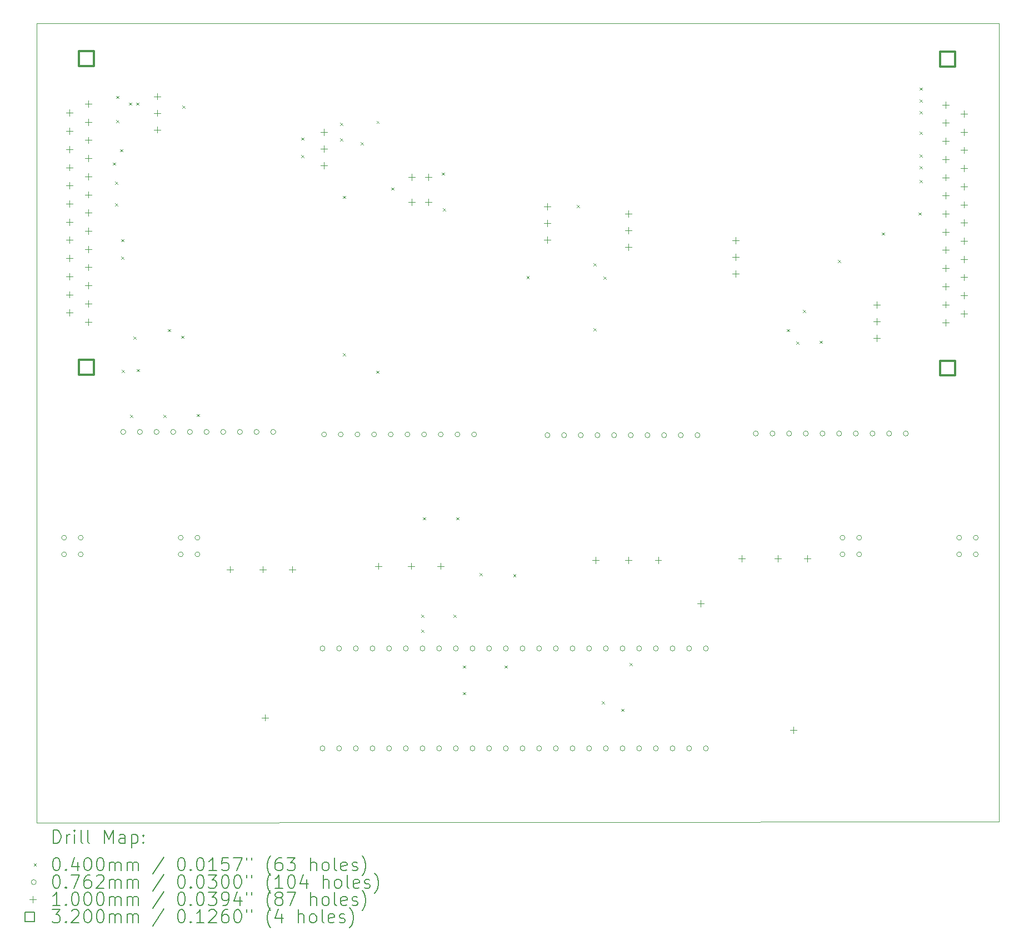
<source format=gbr>
%TF.GenerationSoftware,KiCad,Pcbnew,8.0.6*%
%TF.CreationDate,2025-01-19T09:59:38-08:00*%
%TF.ProjectId,DFboard2,4446626f-6172-4643-922e-6b696361645f,Rev0.1*%
%TF.SameCoordinates,Original*%
%TF.FileFunction,Drillmap*%
%TF.FilePolarity,Positive*%
%FSLAX45Y45*%
G04 Gerber Fmt 4.5, Leading zero omitted, Abs format (unit mm)*
G04 Created by KiCad (PCBNEW 8.0.6) date 2025-01-19 09:59:38*
%MOMM*%
%LPD*%
G01*
G04 APERTURE LIST*
%ADD10C,0.100000*%
%ADD11C,0.200000*%
%ADD12C,0.320000*%
G04 APERTURE END LIST*
D10*
X2120900Y-13500100D02*
X16789400Y-13487400D01*
X2120900Y-1308100D02*
X16789400Y-1308100D01*
X2120900Y-1308100D02*
X2120900Y-13500100D01*
X16789400Y-1308100D02*
X16789400Y-13487400D01*
D11*
D10*
X3282000Y-3434400D02*
X3322000Y-3474400D01*
X3322000Y-3434400D02*
X3282000Y-3474400D01*
X3320100Y-3726500D02*
X3360100Y-3766500D01*
X3360100Y-3726500D02*
X3320100Y-3766500D01*
X3320100Y-4056700D02*
X3360100Y-4096700D01*
X3360100Y-4056700D02*
X3320100Y-4096700D01*
X3332800Y-2418400D02*
X3372800Y-2458400D01*
X3372800Y-2418400D02*
X3332800Y-2458400D01*
X3332800Y-2786700D02*
X3372800Y-2826700D01*
X3372800Y-2786700D02*
X3332800Y-2826700D01*
X3396300Y-3231200D02*
X3436300Y-3271200D01*
X3436300Y-3231200D02*
X3396300Y-3271200D01*
X3409000Y-4602800D02*
X3449000Y-4642800D01*
X3449000Y-4602800D02*
X3409000Y-4642800D01*
X3409000Y-4869500D02*
X3449000Y-4909500D01*
X3449000Y-4869500D02*
X3409000Y-4909500D01*
X3421700Y-6596700D02*
X3461700Y-6636700D01*
X3461700Y-6596700D02*
X3421700Y-6636700D01*
X3527120Y-2520000D02*
X3567120Y-2560000D01*
X3567120Y-2520000D02*
X3527120Y-2560000D01*
X3548700Y-7282500D02*
X3588700Y-7322500D01*
X3588700Y-7282500D02*
X3548700Y-7322500D01*
X3599500Y-6088700D02*
X3639500Y-6128700D01*
X3639500Y-6088700D02*
X3599500Y-6128700D01*
X3637600Y-2520000D02*
X3677600Y-2560000D01*
X3677600Y-2520000D02*
X3637600Y-2560000D01*
X3650300Y-6584000D02*
X3690300Y-6624000D01*
X3690300Y-6584000D02*
X3650300Y-6624000D01*
X4056700Y-7282500D02*
X4096700Y-7322500D01*
X4096700Y-7282500D02*
X4056700Y-7322500D01*
X4120200Y-5974400D02*
X4160200Y-6014400D01*
X4160200Y-5974400D02*
X4120200Y-6014400D01*
X4323400Y-6076000D02*
X4363400Y-6116000D01*
X4363400Y-6076000D02*
X4323400Y-6116000D01*
X4342450Y-2564450D02*
X4382450Y-2604450D01*
X4382450Y-2564450D02*
X4342450Y-2604450D01*
X4564700Y-7269800D02*
X4604700Y-7309800D01*
X4604700Y-7269800D02*
X4564700Y-7309800D01*
X6152200Y-3053400D02*
X6192200Y-3093400D01*
X6192200Y-3053400D02*
X6152200Y-3093400D01*
X6152200Y-3320100D02*
X6192200Y-3360100D01*
X6192200Y-3320100D02*
X6152200Y-3360100D01*
X6749100Y-2831780D02*
X6789100Y-2871780D01*
X6789100Y-2831780D02*
X6749100Y-2871780D01*
X6749100Y-3066100D02*
X6789100Y-3106100D01*
X6789100Y-3066100D02*
X6749100Y-3106100D01*
X6787200Y-3942400D02*
X6827200Y-3982400D01*
X6827200Y-3942400D02*
X6787200Y-3982400D01*
X6787200Y-6342700D02*
X6827200Y-6382700D01*
X6827200Y-6342700D02*
X6787200Y-6382700D01*
X7060250Y-3123250D02*
X7100250Y-3163250D01*
X7100250Y-3123250D02*
X7060250Y-3163250D01*
X7295200Y-6609400D02*
X7335200Y-6649400D01*
X7335200Y-6609400D02*
X7295200Y-6649400D01*
X7301550Y-2799400D02*
X7341550Y-2839400D01*
X7341550Y-2799400D02*
X7301550Y-2839400D01*
X7523800Y-3815400D02*
X7563800Y-3855400D01*
X7563800Y-3815400D02*
X7523800Y-3855400D01*
X7981000Y-10330500D02*
X8021000Y-10370500D01*
X8021000Y-10330500D02*
X7981000Y-10370500D01*
X7981000Y-10559100D02*
X8021000Y-10599100D01*
X8021000Y-10559100D02*
X7981000Y-10599100D01*
X8006400Y-8844600D02*
X8046400Y-8884600D01*
X8046400Y-8844600D02*
X8006400Y-8884600D01*
X8298500Y-3586800D02*
X8338500Y-3626800D01*
X8338500Y-3586800D02*
X8298500Y-3626800D01*
X8311200Y-4132900D02*
X8351200Y-4172900D01*
X8351200Y-4132900D02*
X8311200Y-4172900D01*
X8476300Y-10330500D02*
X8516300Y-10370500D01*
X8516300Y-10330500D02*
X8476300Y-10370500D01*
X8514400Y-8844600D02*
X8554400Y-8884600D01*
X8554400Y-8844600D02*
X8514400Y-8884600D01*
X8616000Y-11105200D02*
X8656000Y-11145200D01*
X8656000Y-11105200D02*
X8616000Y-11145200D01*
X8616000Y-11511600D02*
X8656000Y-11551600D01*
X8656000Y-11511600D02*
X8616000Y-11551600D01*
X8870000Y-9695500D02*
X8910000Y-9735500D01*
X8910000Y-9695500D02*
X8870000Y-9735500D01*
X9251000Y-11105200D02*
X9291000Y-11145200D01*
X9291000Y-11105200D02*
X9251000Y-11145200D01*
X9384350Y-9714550D02*
X9424350Y-9754550D01*
X9424350Y-9714550D02*
X9384350Y-9754550D01*
X9587550Y-5167950D02*
X9627550Y-5207950D01*
X9627550Y-5167950D02*
X9587550Y-5207950D01*
X10355900Y-4082100D02*
X10395900Y-4122100D01*
X10395900Y-4082100D02*
X10355900Y-4122100D01*
X10609900Y-4971100D02*
X10649900Y-5011100D01*
X10649900Y-4971100D02*
X10609900Y-5011100D01*
X10609900Y-5961700D02*
X10649900Y-6001700D01*
X10649900Y-5961700D02*
X10609900Y-6001700D01*
X10736900Y-11651300D02*
X10776900Y-11691300D01*
X10776900Y-11651300D02*
X10736900Y-11691300D01*
X10762300Y-5174300D02*
X10802300Y-5214300D01*
X10802300Y-5174300D02*
X10762300Y-5214300D01*
X11029000Y-11765600D02*
X11069000Y-11805600D01*
X11069000Y-11765600D02*
X11029000Y-11805600D01*
X11156000Y-11067100D02*
X11196000Y-11107100D01*
X11196000Y-11067100D02*
X11156000Y-11107100D01*
X13556300Y-5974400D02*
X13596300Y-6014400D01*
X13596300Y-5974400D02*
X13556300Y-6014400D01*
X13696000Y-6164900D02*
X13736000Y-6204900D01*
X13736000Y-6164900D02*
X13696000Y-6204900D01*
X13797600Y-5682300D02*
X13837600Y-5722300D01*
X13837600Y-5682300D02*
X13797600Y-5722300D01*
X14051600Y-6152200D02*
X14091600Y-6192200D01*
X14091600Y-6152200D02*
X14051600Y-6192200D01*
X14331000Y-4920300D02*
X14371000Y-4960300D01*
X14371000Y-4920300D02*
X14331000Y-4960300D01*
X15004100Y-4501200D02*
X15044100Y-4541200D01*
X15044100Y-4501200D02*
X15004100Y-4541200D01*
X15562900Y-4196400D02*
X15602900Y-4236400D01*
X15602900Y-4196400D02*
X15562900Y-4236400D01*
X15575600Y-2291400D02*
X15615600Y-2331400D01*
X15615600Y-2291400D02*
X15575600Y-2331400D01*
X15575600Y-2476180D02*
X15615600Y-2516180D01*
X15615600Y-2476180D02*
X15575600Y-2516180D01*
X15575600Y-2653980D02*
X15615600Y-2693980D01*
X15615600Y-2653980D02*
X15575600Y-2693980D01*
X15575600Y-2964500D02*
X15615600Y-3004500D01*
X15615600Y-2964500D02*
X15575600Y-3004500D01*
X15575600Y-3309580D02*
X15615600Y-3349580D01*
X15615600Y-3309580D02*
X15575600Y-3349580D01*
X15575600Y-3492180D02*
X15615600Y-3532180D01*
X15615600Y-3492180D02*
X15575600Y-3532180D01*
X15575600Y-3701100D02*
X15615600Y-3741100D01*
X15615600Y-3701100D02*
X15575600Y-3741100D01*
X2578100Y-9156700D02*
G75*
G02*
X2501900Y-9156700I-38100J0D01*
G01*
X2501900Y-9156700D02*
G75*
G02*
X2578100Y-9156700I38100J0D01*
G01*
X2578100Y-9410700D02*
G75*
G02*
X2501900Y-9410700I-38100J0D01*
G01*
X2501900Y-9410700D02*
G75*
G02*
X2578100Y-9410700I38100J0D01*
G01*
X2832100Y-9156700D02*
G75*
G02*
X2755900Y-9156700I-38100J0D01*
G01*
X2755900Y-9156700D02*
G75*
G02*
X2832100Y-9156700I38100J0D01*
G01*
X2832100Y-9410700D02*
G75*
G02*
X2755900Y-9410700I-38100J0D01*
G01*
X2755900Y-9410700D02*
G75*
G02*
X2832100Y-9410700I38100J0D01*
G01*
X3479800Y-7543800D02*
G75*
G02*
X3403600Y-7543800I-38100J0D01*
G01*
X3403600Y-7543800D02*
G75*
G02*
X3479800Y-7543800I38100J0D01*
G01*
X3733800Y-7543800D02*
G75*
G02*
X3657600Y-7543800I-38100J0D01*
G01*
X3657600Y-7543800D02*
G75*
G02*
X3733800Y-7543800I38100J0D01*
G01*
X3987800Y-7543800D02*
G75*
G02*
X3911600Y-7543800I-38100J0D01*
G01*
X3911600Y-7543800D02*
G75*
G02*
X3987800Y-7543800I38100J0D01*
G01*
X4241800Y-7543800D02*
G75*
G02*
X4165600Y-7543800I-38100J0D01*
G01*
X4165600Y-7543800D02*
G75*
G02*
X4241800Y-7543800I38100J0D01*
G01*
X4356100Y-9156700D02*
G75*
G02*
X4279900Y-9156700I-38100J0D01*
G01*
X4279900Y-9156700D02*
G75*
G02*
X4356100Y-9156700I38100J0D01*
G01*
X4356100Y-9410700D02*
G75*
G02*
X4279900Y-9410700I-38100J0D01*
G01*
X4279900Y-9410700D02*
G75*
G02*
X4356100Y-9410700I38100J0D01*
G01*
X4495800Y-7543800D02*
G75*
G02*
X4419600Y-7543800I-38100J0D01*
G01*
X4419600Y-7543800D02*
G75*
G02*
X4495800Y-7543800I38100J0D01*
G01*
X4610100Y-9156700D02*
G75*
G02*
X4533900Y-9156700I-38100J0D01*
G01*
X4533900Y-9156700D02*
G75*
G02*
X4610100Y-9156700I38100J0D01*
G01*
X4610100Y-9410700D02*
G75*
G02*
X4533900Y-9410700I-38100J0D01*
G01*
X4533900Y-9410700D02*
G75*
G02*
X4610100Y-9410700I38100J0D01*
G01*
X4749800Y-7543800D02*
G75*
G02*
X4673600Y-7543800I-38100J0D01*
G01*
X4673600Y-7543800D02*
G75*
G02*
X4749800Y-7543800I38100J0D01*
G01*
X5003800Y-7543800D02*
G75*
G02*
X4927600Y-7543800I-38100J0D01*
G01*
X4927600Y-7543800D02*
G75*
G02*
X5003800Y-7543800I38100J0D01*
G01*
X5257800Y-7543800D02*
G75*
G02*
X5181600Y-7543800I-38100J0D01*
G01*
X5181600Y-7543800D02*
G75*
G02*
X5257800Y-7543800I38100J0D01*
G01*
X5511800Y-7543800D02*
G75*
G02*
X5435600Y-7543800I-38100J0D01*
G01*
X5435600Y-7543800D02*
G75*
G02*
X5511800Y-7543800I38100J0D01*
G01*
X5765800Y-7543800D02*
G75*
G02*
X5689600Y-7543800I-38100J0D01*
G01*
X5689600Y-7543800D02*
G75*
G02*
X5765800Y-7543800I38100J0D01*
G01*
X6515100Y-10845800D02*
G75*
G02*
X6438900Y-10845800I-38100J0D01*
G01*
X6438900Y-10845800D02*
G75*
G02*
X6515100Y-10845800I38100J0D01*
G01*
X6515100Y-12369800D02*
G75*
G02*
X6438900Y-12369800I-38100J0D01*
G01*
X6438900Y-12369800D02*
G75*
G02*
X6515100Y-12369800I38100J0D01*
G01*
X6540500Y-7581900D02*
G75*
G02*
X6464300Y-7581900I-38100J0D01*
G01*
X6464300Y-7581900D02*
G75*
G02*
X6540500Y-7581900I38100J0D01*
G01*
X6769100Y-10845800D02*
G75*
G02*
X6692900Y-10845800I-38100J0D01*
G01*
X6692900Y-10845800D02*
G75*
G02*
X6769100Y-10845800I38100J0D01*
G01*
X6769100Y-12369800D02*
G75*
G02*
X6692900Y-12369800I-38100J0D01*
G01*
X6692900Y-12369800D02*
G75*
G02*
X6769100Y-12369800I38100J0D01*
G01*
X6794500Y-7581900D02*
G75*
G02*
X6718300Y-7581900I-38100J0D01*
G01*
X6718300Y-7581900D02*
G75*
G02*
X6794500Y-7581900I38100J0D01*
G01*
X7023100Y-10845800D02*
G75*
G02*
X6946900Y-10845800I-38100J0D01*
G01*
X6946900Y-10845800D02*
G75*
G02*
X7023100Y-10845800I38100J0D01*
G01*
X7023100Y-12369800D02*
G75*
G02*
X6946900Y-12369800I-38100J0D01*
G01*
X6946900Y-12369800D02*
G75*
G02*
X7023100Y-12369800I38100J0D01*
G01*
X7048500Y-7581900D02*
G75*
G02*
X6972300Y-7581900I-38100J0D01*
G01*
X6972300Y-7581900D02*
G75*
G02*
X7048500Y-7581900I38100J0D01*
G01*
X7277100Y-10845800D02*
G75*
G02*
X7200900Y-10845800I-38100J0D01*
G01*
X7200900Y-10845800D02*
G75*
G02*
X7277100Y-10845800I38100J0D01*
G01*
X7277100Y-12369800D02*
G75*
G02*
X7200900Y-12369800I-38100J0D01*
G01*
X7200900Y-12369800D02*
G75*
G02*
X7277100Y-12369800I38100J0D01*
G01*
X7302500Y-7581900D02*
G75*
G02*
X7226300Y-7581900I-38100J0D01*
G01*
X7226300Y-7581900D02*
G75*
G02*
X7302500Y-7581900I38100J0D01*
G01*
X7531100Y-10845800D02*
G75*
G02*
X7454900Y-10845800I-38100J0D01*
G01*
X7454900Y-10845800D02*
G75*
G02*
X7531100Y-10845800I38100J0D01*
G01*
X7531100Y-12369800D02*
G75*
G02*
X7454900Y-12369800I-38100J0D01*
G01*
X7454900Y-12369800D02*
G75*
G02*
X7531100Y-12369800I38100J0D01*
G01*
X7556500Y-7581900D02*
G75*
G02*
X7480300Y-7581900I-38100J0D01*
G01*
X7480300Y-7581900D02*
G75*
G02*
X7556500Y-7581900I38100J0D01*
G01*
X7785100Y-10845800D02*
G75*
G02*
X7708900Y-10845800I-38100J0D01*
G01*
X7708900Y-10845800D02*
G75*
G02*
X7785100Y-10845800I38100J0D01*
G01*
X7785100Y-12369800D02*
G75*
G02*
X7708900Y-12369800I-38100J0D01*
G01*
X7708900Y-12369800D02*
G75*
G02*
X7785100Y-12369800I38100J0D01*
G01*
X7810500Y-7581900D02*
G75*
G02*
X7734300Y-7581900I-38100J0D01*
G01*
X7734300Y-7581900D02*
G75*
G02*
X7810500Y-7581900I38100J0D01*
G01*
X8039100Y-10845800D02*
G75*
G02*
X7962900Y-10845800I-38100J0D01*
G01*
X7962900Y-10845800D02*
G75*
G02*
X8039100Y-10845800I38100J0D01*
G01*
X8039100Y-12369800D02*
G75*
G02*
X7962900Y-12369800I-38100J0D01*
G01*
X7962900Y-12369800D02*
G75*
G02*
X8039100Y-12369800I38100J0D01*
G01*
X8064500Y-7581900D02*
G75*
G02*
X7988300Y-7581900I-38100J0D01*
G01*
X7988300Y-7581900D02*
G75*
G02*
X8064500Y-7581900I38100J0D01*
G01*
X8293100Y-10845800D02*
G75*
G02*
X8216900Y-10845800I-38100J0D01*
G01*
X8216900Y-10845800D02*
G75*
G02*
X8293100Y-10845800I38100J0D01*
G01*
X8293100Y-12369800D02*
G75*
G02*
X8216900Y-12369800I-38100J0D01*
G01*
X8216900Y-12369800D02*
G75*
G02*
X8293100Y-12369800I38100J0D01*
G01*
X8318500Y-7581900D02*
G75*
G02*
X8242300Y-7581900I-38100J0D01*
G01*
X8242300Y-7581900D02*
G75*
G02*
X8318500Y-7581900I38100J0D01*
G01*
X8547100Y-10845800D02*
G75*
G02*
X8470900Y-10845800I-38100J0D01*
G01*
X8470900Y-10845800D02*
G75*
G02*
X8547100Y-10845800I38100J0D01*
G01*
X8547100Y-12369800D02*
G75*
G02*
X8470900Y-12369800I-38100J0D01*
G01*
X8470900Y-12369800D02*
G75*
G02*
X8547100Y-12369800I38100J0D01*
G01*
X8572500Y-7581900D02*
G75*
G02*
X8496300Y-7581900I-38100J0D01*
G01*
X8496300Y-7581900D02*
G75*
G02*
X8572500Y-7581900I38100J0D01*
G01*
X8801100Y-10845800D02*
G75*
G02*
X8724900Y-10845800I-38100J0D01*
G01*
X8724900Y-10845800D02*
G75*
G02*
X8801100Y-10845800I38100J0D01*
G01*
X8801100Y-12369800D02*
G75*
G02*
X8724900Y-12369800I-38100J0D01*
G01*
X8724900Y-12369800D02*
G75*
G02*
X8801100Y-12369800I38100J0D01*
G01*
X8826500Y-7581900D02*
G75*
G02*
X8750300Y-7581900I-38100J0D01*
G01*
X8750300Y-7581900D02*
G75*
G02*
X8826500Y-7581900I38100J0D01*
G01*
X9055100Y-10845800D02*
G75*
G02*
X8978900Y-10845800I-38100J0D01*
G01*
X8978900Y-10845800D02*
G75*
G02*
X9055100Y-10845800I38100J0D01*
G01*
X9055100Y-12369800D02*
G75*
G02*
X8978900Y-12369800I-38100J0D01*
G01*
X8978900Y-12369800D02*
G75*
G02*
X9055100Y-12369800I38100J0D01*
G01*
X9309100Y-10845800D02*
G75*
G02*
X9232900Y-10845800I-38100J0D01*
G01*
X9232900Y-10845800D02*
G75*
G02*
X9309100Y-10845800I38100J0D01*
G01*
X9309100Y-12369800D02*
G75*
G02*
X9232900Y-12369800I-38100J0D01*
G01*
X9232900Y-12369800D02*
G75*
G02*
X9309100Y-12369800I38100J0D01*
G01*
X9563100Y-10845800D02*
G75*
G02*
X9486900Y-10845800I-38100J0D01*
G01*
X9486900Y-10845800D02*
G75*
G02*
X9563100Y-10845800I38100J0D01*
G01*
X9563100Y-12369800D02*
G75*
G02*
X9486900Y-12369800I-38100J0D01*
G01*
X9486900Y-12369800D02*
G75*
G02*
X9563100Y-12369800I38100J0D01*
G01*
X9817100Y-10845800D02*
G75*
G02*
X9740900Y-10845800I-38100J0D01*
G01*
X9740900Y-10845800D02*
G75*
G02*
X9817100Y-10845800I38100J0D01*
G01*
X9817100Y-12369800D02*
G75*
G02*
X9740900Y-12369800I-38100J0D01*
G01*
X9740900Y-12369800D02*
G75*
G02*
X9817100Y-12369800I38100J0D01*
G01*
X9944100Y-7593100D02*
G75*
G02*
X9867900Y-7593100I-38100J0D01*
G01*
X9867900Y-7593100D02*
G75*
G02*
X9944100Y-7593100I38100J0D01*
G01*
X10071100Y-10845800D02*
G75*
G02*
X9994900Y-10845800I-38100J0D01*
G01*
X9994900Y-10845800D02*
G75*
G02*
X10071100Y-10845800I38100J0D01*
G01*
X10071100Y-12369800D02*
G75*
G02*
X9994900Y-12369800I-38100J0D01*
G01*
X9994900Y-12369800D02*
G75*
G02*
X10071100Y-12369800I38100J0D01*
G01*
X10198100Y-7593100D02*
G75*
G02*
X10121900Y-7593100I-38100J0D01*
G01*
X10121900Y-7593100D02*
G75*
G02*
X10198100Y-7593100I38100J0D01*
G01*
X10325100Y-10845800D02*
G75*
G02*
X10248900Y-10845800I-38100J0D01*
G01*
X10248900Y-10845800D02*
G75*
G02*
X10325100Y-10845800I38100J0D01*
G01*
X10325100Y-12369800D02*
G75*
G02*
X10248900Y-12369800I-38100J0D01*
G01*
X10248900Y-12369800D02*
G75*
G02*
X10325100Y-12369800I38100J0D01*
G01*
X10452100Y-7593100D02*
G75*
G02*
X10375900Y-7593100I-38100J0D01*
G01*
X10375900Y-7593100D02*
G75*
G02*
X10452100Y-7593100I38100J0D01*
G01*
X10579100Y-10845800D02*
G75*
G02*
X10502900Y-10845800I-38100J0D01*
G01*
X10502900Y-10845800D02*
G75*
G02*
X10579100Y-10845800I38100J0D01*
G01*
X10579100Y-12369800D02*
G75*
G02*
X10502900Y-12369800I-38100J0D01*
G01*
X10502900Y-12369800D02*
G75*
G02*
X10579100Y-12369800I38100J0D01*
G01*
X10706100Y-7593100D02*
G75*
G02*
X10629900Y-7593100I-38100J0D01*
G01*
X10629900Y-7593100D02*
G75*
G02*
X10706100Y-7593100I38100J0D01*
G01*
X10833100Y-10845800D02*
G75*
G02*
X10756900Y-10845800I-38100J0D01*
G01*
X10756900Y-10845800D02*
G75*
G02*
X10833100Y-10845800I38100J0D01*
G01*
X10833100Y-12369800D02*
G75*
G02*
X10756900Y-12369800I-38100J0D01*
G01*
X10756900Y-12369800D02*
G75*
G02*
X10833100Y-12369800I38100J0D01*
G01*
X10960100Y-7593100D02*
G75*
G02*
X10883900Y-7593100I-38100J0D01*
G01*
X10883900Y-7593100D02*
G75*
G02*
X10960100Y-7593100I38100J0D01*
G01*
X11087100Y-10845800D02*
G75*
G02*
X11010900Y-10845800I-38100J0D01*
G01*
X11010900Y-10845800D02*
G75*
G02*
X11087100Y-10845800I38100J0D01*
G01*
X11087100Y-12369800D02*
G75*
G02*
X11010900Y-12369800I-38100J0D01*
G01*
X11010900Y-12369800D02*
G75*
G02*
X11087100Y-12369800I38100J0D01*
G01*
X11214100Y-7593100D02*
G75*
G02*
X11137900Y-7593100I-38100J0D01*
G01*
X11137900Y-7593100D02*
G75*
G02*
X11214100Y-7593100I38100J0D01*
G01*
X11341100Y-10845800D02*
G75*
G02*
X11264900Y-10845800I-38100J0D01*
G01*
X11264900Y-10845800D02*
G75*
G02*
X11341100Y-10845800I38100J0D01*
G01*
X11341100Y-12369800D02*
G75*
G02*
X11264900Y-12369800I-38100J0D01*
G01*
X11264900Y-12369800D02*
G75*
G02*
X11341100Y-12369800I38100J0D01*
G01*
X11468100Y-7593100D02*
G75*
G02*
X11391900Y-7593100I-38100J0D01*
G01*
X11391900Y-7593100D02*
G75*
G02*
X11468100Y-7593100I38100J0D01*
G01*
X11595100Y-10845800D02*
G75*
G02*
X11518900Y-10845800I-38100J0D01*
G01*
X11518900Y-10845800D02*
G75*
G02*
X11595100Y-10845800I38100J0D01*
G01*
X11595100Y-12369800D02*
G75*
G02*
X11518900Y-12369800I-38100J0D01*
G01*
X11518900Y-12369800D02*
G75*
G02*
X11595100Y-12369800I38100J0D01*
G01*
X11722100Y-7593100D02*
G75*
G02*
X11645900Y-7593100I-38100J0D01*
G01*
X11645900Y-7593100D02*
G75*
G02*
X11722100Y-7593100I38100J0D01*
G01*
X11849100Y-10845800D02*
G75*
G02*
X11772900Y-10845800I-38100J0D01*
G01*
X11772900Y-10845800D02*
G75*
G02*
X11849100Y-10845800I38100J0D01*
G01*
X11849100Y-12369800D02*
G75*
G02*
X11772900Y-12369800I-38100J0D01*
G01*
X11772900Y-12369800D02*
G75*
G02*
X11849100Y-12369800I38100J0D01*
G01*
X11976100Y-7593100D02*
G75*
G02*
X11899900Y-7593100I-38100J0D01*
G01*
X11899900Y-7593100D02*
G75*
G02*
X11976100Y-7593100I38100J0D01*
G01*
X12103100Y-10845800D02*
G75*
G02*
X12026900Y-10845800I-38100J0D01*
G01*
X12026900Y-10845800D02*
G75*
G02*
X12103100Y-10845800I38100J0D01*
G01*
X12103100Y-12369800D02*
G75*
G02*
X12026900Y-12369800I-38100J0D01*
G01*
X12026900Y-12369800D02*
G75*
G02*
X12103100Y-12369800I38100J0D01*
G01*
X12230100Y-7593100D02*
G75*
G02*
X12153900Y-7593100I-38100J0D01*
G01*
X12153900Y-7593100D02*
G75*
G02*
X12230100Y-7593100I38100J0D01*
G01*
X12357100Y-10845800D02*
G75*
G02*
X12280900Y-10845800I-38100J0D01*
G01*
X12280900Y-10845800D02*
G75*
G02*
X12357100Y-10845800I38100J0D01*
G01*
X12357100Y-12369800D02*
G75*
G02*
X12280900Y-12369800I-38100J0D01*
G01*
X12280900Y-12369800D02*
G75*
G02*
X12357100Y-12369800I38100J0D01*
G01*
X13119100Y-7567700D02*
G75*
G02*
X13042900Y-7567700I-38100J0D01*
G01*
X13042900Y-7567700D02*
G75*
G02*
X13119100Y-7567700I38100J0D01*
G01*
X13373100Y-7567700D02*
G75*
G02*
X13296900Y-7567700I-38100J0D01*
G01*
X13296900Y-7567700D02*
G75*
G02*
X13373100Y-7567700I38100J0D01*
G01*
X13627100Y-7567700D02*
G75*
G02*
X13550900Y-7567700I-38100J0D01*
G01*
X13550900Y-7567700D02*
G75*
G02*
X13627100Y-7567700I38100J0D01*
G01*
X13881100Y-7567700D02*
G75*
G02*
X13804900Y-7567700I-38100J0D01*
G01*
X13804900Y-7567700D02*
G75*
G02*
X13881100Y-7567700I38100J0D01*
G01*
X14135100Y-7567700D02*
G75*
G02*
X14058900Y-7567700I-38100J0D01*
G01*
X14058900Y-7567700D02*
G75*
G02*
X14135100Y-7567700I38100J0D01*
G01*
X14389100Y-7567700D02*
G75*
G02*
X14312900Y-7567700I-38100J0D01*
G01*
X14312900Y-7567700D02*
G75*
G02*
X14389100Y-7567700I38100J0D01*
G01*
X14439900Y-9156700D02*
G75*
G02*
X14363700Y-9156700I-38100J0D01*
G01*
X14363700Y-9156700D02*
G75*
G02*
X14439900Y-9156700I38100J0D01*
G01*
X14439900Y-9410700D02*
G75*
G02*
X14363700Y-9410700I-38100J0D01*
G01*
X14363700Y-9410700D02*
G75*
G02*
X14439900Y-9410700I38100J0D01*
G01*
X14643100Y-7567700D02*
G75*
G02*
X14566900Y-7567700I-38100J0D01*
G01*
X14566900Y-7567700D02*
G75*
G02*
X14643100Y-7567700I38100J0D01*
G01*
X14693900Y-9156700D02*
G75*
G02*
X14617700Y-9156700I-38100J0D01*
G01*
X14617700Y-9156700D02*
G75*
G02*
X14693900Y-9156700I38100J0D01*
G01*
X14693900Y-9410700D02*
G75*
G02*
X14617700Y-9410700I-38100J0D01*
G01*
X14617700Y-9410700D02*
G75*
G02*
X14693900Y-9410700I38100J0D01*
G01*
X14897100Y-7567700D02*
G75*
G02*
X14820900Y-7567700I-38100J0D01*
G01*
X14820900Y-7567700D02*
G75*
G02*
X14897100Y-7567700I38100J0D01*
G01*
X15151100Y-7567700D02*
G75*
G02*
X15074900Y-7567700I-38100J0D01*
G01*
X15074900Y-7567700D02*
G75*
G02*
X15151100Y-7567700I38100J0D01*
G01*
X15405100Y-7567700D02*
G75*
G02*
X15328900Y-7567700I-38100J0D01*
G01*
X15328900Y-7567700D02*
G75*
G02*
X15405100Y-7567700I38100J0D01*
G01*
X16217900Y-9156700D02*
G75*
G02*
X16141700Y-9156700I-38100J0D01*
G01*
X16141700Y-9156700D02*
G75*
G02*
X16217900Y-9156700I38100J0D01*
G01*
X16217900Y-9410700D02*
G75*
G02*
X16141700Y-9410700I-38100J0D01*
G01*
X16141700Y-9410700D02*
G75*
G02*
X16217900Y-9410700I38100J0D01*
G01*
X16471900Y-9156700D02*
G75*
G02*
X16395700Y-9156700I-38100J0D01*
G01*
X16395700Y-9156700D02*
G75*
G02*
X16471900Y-9156700I38100J0D01*
G01*
X16471900Y-9410700D02*
G75*
G02*
X16395700Y-9410700I-38100J0D01*
G01*
X16395700Y-9410700D02*
G75*
G02*
X16471900Y-9410700I38100J0D01*
G01*
X2624300Y-2628500D02*
X2624300Y-2728500D01*
X2574300Y-2678500D02*
X2674300Y-2678500D01*
X2624300Y-2905500D02*
X2624300Y-3005500D01*
X2574300Y-2955500D02*
X2674300Y-2955500D01*
X2624300Y-3182500D02*
X2624300Y-3282500D01*
X2574300Y-3232500D02*
X2674300Y-3232500D01*
X2624300Y-3459500D02*
X2624300Y-3559500D01*
X2574300Y-3509500D02*
X2674300Y-3509500D01*
X2624300Y-3736500D02*
X2624300Y-3836500D01*
X2574300Y-3786500D02*
X2674300Y-3786500D01*
X2624300Y-4013500D02*
X2624300Y-4113500D01*
X2574300Y-4063500D02*
X2674300Y-4063500D01*
X2624300Y-4290500D02*
X2624300Y-4390500D01*
X2574300Y-4340500D02*
X2674300Y-4340500D01*
X2624300Y-4567500D02*
X2624300Y-4667500D01*
X2574300Y-4617500D02*
X2674300Y-4617500D01*
X2624300Y-4844500D02*
X2624300Y-4944500D01*
X2574300Y-4894500D02*
X2674300Y-4894500D01*
X2624300Y-5121500D02*
X2624300Y-5221500D01*
X2574300Y-5171500D02*
X2674300Y-5171500D01*
X2624300Y-5398500D02*
X2624300Y-5498500D01*
X2574300Y-5448500D02*
X2674300Y-5448500D01*
X2624300Y-5675500D02*
X2624300Y-5775500D01*
X2574300Y-5725500D02*
X2674300Y-5725500D01*
X2908300Y-2490000D02*
X2908300Y-2590000D01*
X2858300Y-2540000D02*
X2958300Y-2540000D01*
X2908300Y-2767000D02*
X2908300Y-2867000D01*
X2858300Y-2817000D02*
X2958300Y-2817000D01*
X2908300Y-3044000D02*
X2908300Y-3144000D01*
X2858300Y-3094000D02*
X2958300Y-3094000D01*
X2908300Y-3321000D02*
X2908300Y-3421000D01*
X2858300Y-3371000D02*
X2958300Y-3371000D01*
X2908300Y-3598000D02*
X2908300Y-3698000D01*
X2858300Y-3648000D02*
X2958300Y-3648000D01*
X2908300Y-3875000D02*
X2908300Y-3975000D01*
X2858300Y-3925000D02*
X2958300Y-3925000D01*
X2908300Y-4152000D02*
X2908300Y-4252000D01*
X2858300Y-4202000D02*
X2958300Y-4202000D01*
X2908300Y-4429000D02*
X2908300Y-4529000D01*
X2858300Y-4479000D02*
X2958300Y-4479000D01*
X2908300Y-4706000D02*
X2908300Y-4806000D01*
X2858300Y-4756000D02*
X2958300Y-4756000D01*
X2908300Y-4983000D02*
X2908300Y-5083000D01*
X2858300Y-5033000D02*
X2958300Y-5033000D01*
X2908300Y-5260000D02*
X2908300Y-5360000D01*
X2858300Y-5310000D02*
X2958300Y-5310000D01*
X2908300Y-5537000D02*
X2908300Y-5637000D01*
X2858300Y-5587000D02*
X2958300Y-5587000D01*
X2908300Y-5814000D02*
X2908300Y-5914000D01*
X2858300Y-5864000D02*
X2958300Y-5864000D01*
X3962400Y-2375700D02*
X3962400Y-2475700D01*
X3912400Y-2425700D02*
X4012400Y-2425700D01*
X3962400Y-2629700D02*
X3962400Y-2729700D01*
X3912400Y-2679700D02*
X4012400Y-2679700D01*
X3962400Y-2883700D02*
X3962400Y-2983700D01*
X3912400Y-2933700D02*
X4012400Y-2933700D01*
X5067300Y-9589300D02*
X5067300Y-9689300D01*
X5017300Y-9639300D02*
X5117300Y-9639300D01*
X5567300Y-9589300D02*
X5567300Y-9689300D01*
X5517300Y-9639300D02*
X5617300Y-9639300D01*
X5600700Y-11849900D02*
X5600700Y-11949900D01*
X5550700Y-11899900D02*
X5650700Y-11899900D01*
X6017300Y-9589300D02*
X6017300Y-9689300D01*
X5967300Y-9639300D02*
X6067300Y-9639300D01*
X6502400Y-2921800D02*
X6502400Y-3021800D01*
X6452400Y-2971800D02*
X6552400Y-2971800D01*
X6502400Y-3175800D02*
X6502400Y-3275800D01*
X6452400Y-3225800D02*
X6552400Y-3225800D01*
X6502400Y-3429800D02*
X6502400Y-3529800D01*
X6452400Y-3479800D02*
X6552400Y-3479800D01*
X7327900Y-9538500D02*
X7327900Y-9638500D01*
X7277900Y-9588500D02*
X7377900Y-9588500D01*
X7827900Y-9538500D02*
X7827900Y-9638500D01*
X7777900Y-9588500D02*
X7877900Y-9588500D01*
X7835900Y-3607600D02*
X7835900Y-3707600D01*
X7785900Y-3657600D02*
X7885900Y-3657600D01*
X7835900Y-3988600D02*
X7835900Y-4088600D01*
X7785900Y-4038600D02*
X7885900Y-4038600D01*
X8089900Y-3607600D02*
X8089900Y-3707600D01*
X8039900Y-3657600D02*
X8139900Y-3657600D01*
X8089900Y-3988600D02*
X8089900Y-4088600D01*
X8039900Y-4038600D02*
X8139900Y-4038600D01*
X8277900Y-9538500D02*
X8277900Y-9638500D01*
X8227900Y-9588500D02*
X8327900Y-9588500D01*
X9906000Y-4053600D02*
X9906000Y-4153600D01*
X9856000Y-4103600D02*
X9956000Y-4103600D01*
X9906000Y-4307600D02*
X9906000Y-4407600D01*
X9856000Y-4357600D02*
X9956000Y-4357600D01*
X9906000Y-4561600D02*
X9906000Y-4661600D01*
X9856000Y-4611600D02*
X9956000Y-4611600D01*
X10642600Y-9449600D02*
X10642600Y-9549600D01*
X10592600Y-9499600D02*
X10692600Y-9499600D01*
X11137900Y-4166400D02*
X11137900Y-4266400D01*
X11087900Y-4216400D02*
X11187900Y-4216400D01*
X11137900Y-4420400D02*
X11137900Y-4520400D01*
X11087900Y-4470400D02*
X11187900Y-4470400D01*
X11137900Y-4674400D02*
X11137900Y-4774400D01*
X11087900Y-4724400D02*
X11187900Y-4724400D01*
X11142600Y-9449600D02*
X11142600Y-9549600D01*
X11092600Y-9499600D02*
X11192600Y-9499600D01*
X11592600Y-9449600D02*
X11592600Y-9549600D01*
X11542600Y-9499600D02*
X11642600Y-9499600D01*
X12242800Y-10110000D02*
X12242800Y-10210000D01*
X12192800Y-10160000D02*
X12292800Y-10160000D01*
X12776200Y-4574300D02*
X12776200Y-4674300D01*
X12726200Y-4624300D02*
X12826200Y-4624300D01*
X12776200Y-4828300D02*
X12776200Y-4928300D01*
X12726200Y-4878300D02*
X12826200Y-4878300D01*
X12776200Y-5082300D02*
X12776200Y-5182300D01*
X12726200Y-5132300D02*
X12826200Y-5132300D01*
X12865100Y-9424200D02*
X12865100Y-9524200D01*
X12815100Y-9474200D02*
X12915100Y-9474200D01*
X13415100Y-9424200D02*
X13415100Y-9524200D01*
X13365100Y-9474200D02*
X13465100Y-9474200D01*
X13652500Y-12040400D02*
X13652500Y-12140400D01*
X13602500Y-12090400D02*
X13702500Y-12090400D01*
X13865100Y-9424200D02*
X13865100Y-9524200D01*
X13815100Y-9474200D02*
X13915100Y-9474200D01*
X14922500Y-5552200D02*
X14922500Y-5652200D01*
X14872500Y-5602200D02*
X14972500Y-5602200D01*
X14922500Y-5806200D02*
X14922500Y-5906200D01*
X14872500Y-5856200D02*
X14972500Y-5856200D01*
X14922500Y-6060200D02*
X14922500Y-6160200D01*
X14872500Y-6110200D02*
X14972500Y-6110200D01*
X15972000Y-2503900D02*
X15972000Y-2603900D01*
X15922000Y-2553900D02*
X16022000Y-2553900D01*
X15972000Y-2780900D02*
X15972000Y-2880900D01*
X15922000Y-2830900D02*
X16022000Y-2830900D01*
X15972000Y-3057900D02*
X15972000Y-3157900D01*
X15922000Y-3107900D02*
X16022000Y-3107900D01*
X15972000Y-3334900D02*
X15972000Y-3434900D01*
X15922000Y-3384900D02*
X16022000Y-3384900D01*
X15972000Y-3611900D02*
X15972000Y-3711900D01*
X15922000Y-3661900D02*
X16022000Y-3661900D01*
X15972000Y-3888900D02*
X15972000Y-3988900D01*
X15922000Y-3938900D02*
X16022000Y-3938900D01*
X15972000Y-4165900D02*
X15972000Y-4265900D01*
X15922000Y-4215900D02*
X16022000Y-4215900D01*
X15972000Y-4442900D02*
X15972000Y-4542900D01*
X15922000Y-4492900D02*
X16022000Y-4492900D01*
X15972000Y-4719900D02*
X15972000Y-4819900D01*
X15922000Y-4769900D02*
X16022000Y-4769900D01*
X15972000Y-4996900D02*
X15972000Y-5096900D01*
X15922000Y-5046900D02*
X16022000Y-5046900D01*
X15972000Y-5273900D02*
X15972000Y-5373900D01*
X15922000Y-5323900D02*
X16022000Y-5323900D01*
X15972000Y-5550900D02*
X15972000Y-5650900D01*
X15922000Y-5600900D02*
X16022000Y-5600900D01*
X15972000Y-5827900D02*
X15972000Y-5927900D01*
X15922000Y-5877900D02*
X16022000Y-5877900D01*
X16256000Y-2642400D02*
X16256000Y-2742400D01*
X16206000Y-2692400D02*
X16306000Y-2692400D01*
X16256000Y-2919400D02*
X16256000Y-3019400D01*
X16206000Y-2969400D02*
X16306000Y-2969400D01*
X16256000Y-3196400D02*
X16256000Y-3296400D01*
X16206000Y-3246400D02*
X16306000Y-3246400D01*
X16256000Y-3473400D02*
X16256000Y-3573400D01*
X16206000Y-3523400D02*
X16306000Y-3523400D01*
X16256000Y-3750400D02*
X16256000Y-3850400D01*
X16206000Y-3800400D02*
X16306000Y-3800400D01*
X16256000Y-4027400D02*
X16256000Y-4127400D01*
X16206000Y-4077400D02*
X16306000Y-4077400D01*
X16256000Y-4304400D02*
X16256000Y-4404400D01*
X16206000Y-4354400D02*
X16306000Y-4354400D01*
X16256000Y-4581400D02*
X16256000Y-4681400D01*
X16206000Y-4631400D02*
X16306000Y-4631400D01*
X16256000Y-4858400D02*
X16256000Y-4958400D01*
X16206000Y-4908400D02*
X16306000Y-4908400D01*
X16256000Y-5135400D02*
X16256000Y-5235400D01*
X16206000Y-5185400D02*
X16306000Y-5185400D01*
X16256000Y-5412400D02*
X16256000Y-5512400D01*
X16206000Y-5462400D02*
X16306000Y-5462400D01*
X16256000Y-5689400D02*
X16256000Y-5789400D01*
X16206000Y-5739400D02*
X16306000Y-5739400D01*
D12*
X2991438Y-1960138D02*
X2991438Y-1733862D01*
X2765162Y-1733862D01*
X2765162Y-1960138D01*
X2991438Y-1960138D01*
X2991438Y-6670138D02*
X2991438Y-6443862D01*
X2765162Y-6443862D01*
X2765162Y-6670138D01*
X2991438Y-6670138D01*
X16115138Y-1974038D02*
X16115138Y-1747762D01*
X15888862Y-1747762D01*
X15888862Y-1974038D01*
X16115138Y-1974038D01*
X16115138Y-6684038D02*
X16115138Y-6457762D01*
X15888862Y-6457762D01*
X15888862Y-6684038D01*
X16115138Y-6684038D01*
D11*
X2376677Y-13816584D02*
X2376677Y-13616584D01*
X2376677Y-13616584D02*
X2424296Y-13616584D01*
X2424296Y-13616584D02*
X2452867Y-13626108D01*
X2452867Y-13626108D02*
X2471915Y-13645155D01*
X2471915Y-13645155D02*
X2481439Y-13664203D01*
X2481439Y-13664203D02*
X2490963Y-13702298D01*
X2490963Y-13702298D02*
X2490963Y-13730869D01*
X2490963Y-13730869D02*
X2481439Y-13768965D01*
X2481439Y-13768965D02*
X2471915Y-13788012D01*
X2471915Y-13788012D02*
X2452867Y-13807060D01*
X2452867Y-13807060D02*
X2424296Y-13816584D01*
X2424296Y-13816584D02*
X2376677Y-13816584D01*
X2576677Y-13816584D02*
X2576677Y-13683250D01*
X2576677Y-13721346D02*
X2586201Y-13702298D01*
X2586201Y-13702298D02*
X2595724Y-13692774D01*
X2595724Y-13692774D02*
X2614772Y-13683250D01*
X2614772Y-13683250D02*
X2633820Y-13683250D01*
X2700486Y-13816584D02*
X2700486Y-13683250D01*
X2700486Y-13616584D02*
X2690963Y-13626108D01*
X2690963Y-13626108D02*
X2700486Y-13635631D01*
X2700486Y-13635631D02*
X2710010Y-13626108D01*
X2710010Y-13626108D02*
X2700486Y-13616584D01*
X2700486Y-13616584D02*
X2700486Y-13635631D01*
X2824296Y-13816584D02*
X2805248Y-13807060D01*
X2805248Y-13807060D02*
X2795724Y-13788012D01*
X2795724Y-13788012D02*
X2795724Y-13616584D01*
X2929058Y-13816584D02*
X2910010Y-13807060D01*
X2910010Y-13807060D02*
X2900486Y-13788012D01*
X2900486Y-13788012D02*
X2900486Y-13616584D01*
X3157629Y-13816584D02*
X3157629Y-13616584D01*
X3157629Y-13616584D02*
X3224296Y-13759441D01*
X3224296Y-13759441D02*
X3290962Y-13616584D01*
X3290962Y-13616584D02*
X3290962Y-13816584D01*
X3471915Y-13816584D02*
X3471915Y-13711822D01*
X3471915Y-13711822D02*
X3462391Y-13692774D01*
X3462391Y-13692774D02*
X3443343Y-13683250D01*
X3443343Y-13683250D02*
X3405248Y-13683250D01*
X3405248Y-13683250D02*
X3386201Y-13692774D01*
X3471915Y-13807060D02*
X3452867Y-13816584D01*
X3452867Y-13816584D02*
X3405248Y-13816584D01*
X3405248Y-13816584D02*
X3386201Y-13807060D01*
X3386201Y-13807060D02*
X3376677Y-13788012D01*
X3376677Y-13788012D02*
X3376677Y-13768965D01*
X3376677Y-13768965D02*
X3386201Y-13749917D01*
X3386201Y-13749917D02*
X3405248Y-13740393D01*
X3405248Y-13740393D02*
X3452867Y-13740393D01*
X3452867Y-13740393D02*
X3471915Y-13730869D01*
X3567153Y-13683250D02*
X3567153Y-13883250D01*
X3567153Y-13692774D02*
X3586201Y-13683250D01*
X3586201Y-13683250D02*
X3624296Y-13683250D01*
X3624296Y-13683250D02*
X3643343Y-13692774D01*
X3643343Y-13692774D02*
X3652867Y-13702298D01*
X3652867Y-13702298D02*
X3662391Y-13721346D01*
X3662391Y-13721346D02*
X3662391Y-13778488D01*
X3662391Y-13778488D02*
X3652867Y-13797536D01*
X3652867Y-13797536D02*
X3643343Y-13807060D01*
X3643343Y-13807060D02*
X3624296Y-13816584D01*
X3624296Y-13816584D02*
X3586201Y-13816584D01*
X3586201Y-13816584D02*
X3567153Y-13807060D01*
X3748105Y-13797536D02*
X3757629Y-13807060D01*
X3757629Y-13807060D02*
X3748105Y-13816584D01*
X3748105Y-13816584D02*
X3738582Y-13807060D01*
X3738582Y-13807060D02*
X3748105Y-13797536D01*
X3748105Y-13797536D02*
X3748105Y-13816584D01*
X3748105Y-13692774D02*
X3757629Y-13702298D01*
X3757629Y-13702298D02*
X3748105Y-13711822D01*
X3748105Y-13711822D02*
X3738582Y-13702298D01*
X3738582Y-13702298D02*
X3748105Y-13692774D01*
X3748105Y-13692774D02*
X3748105Y-13711822D01*
D10*
X2075900Y-14125100D02*
X2115900Y-14165100D01*
X2115900Y-14125100D02*
X2075900Y-14165100D01*
D11*
X2414772Y-14036584D02*
X2433820Y-14036584D01*
X2433820Y-14036584D02*
X2452867Y-14046108D01*
X2452867Y-14046108D02*
X2462391Y-14055631D01*
X2462391Y-14055631D02*
X2471915Y-14074679D01*
X2471915Y-14074679D02*
X2481439Y-14112774D01*
X2481439Y-14112774D02*
X2481439Y-14160393D01*
X2481439Y-14160393D02*
X2471915Y-14198488D01*
X2471915Y-14198488D02*
X2462391Y-14217536D01*
X2462391Y-14217536D02*
X2452867Y-14227060D01*
X2452867Y-14227060D02*
X2433820Y-14236584D01*
X2433820Y-14236584D02*
X2414772Y-14236584D01*
X2414772Y-14236584D02*
X2395724Y-14227060D01*
X2395724Y-14227060D02*
X2386201Y-14217536D01*
X2386201Y-14217536D02*
X2376677Y-14198488D01*
X2376677Y-14198488D02*
X2367153Y-14160393D01*
X2367153Y-14160393D02*
X2367153Y-14112774D01*
X2367153Y-14112774D02*
X2376677Y-14074679D01*
X2376677Y-14074679D02*
X2386201Y-14055631D01*
X2386201Y-14055631D02*
X2395724Y-14046108D01*
X2395724Y-14046108D02*
X2414772Y-14036584D01*
X2567153Y-14217536D02*
X2576677Y-14227060D01*
X2576677Y-14227060D02*
X2567153Y-14236584D01*
X2567153Y-14236584D02*
X2557629Y-14227060D01*
X2557629Y-14227060D02*
X2567153Y-14217536D01*
X2567153Y-14217536D02*
X2567153Y-14236584D01*
X2748105Y-14103250D02*
X2748105Y-14236584D01*
X2700486Y-14027060D02*
X2652867Y-14169917D01*
X2652867Y-14169917D02*
X2776677Y-14169917D01*
X2890962Y-14036584D02*
X2910010Y-14036584D01*
X2910010Y-14036584D02*
X2929058Y-14046108D01*
X2929058Y-14046108D02*
X2938582Y-14055631D01*
X2938582Y-14055631D02*
X2948105Y-14074679D01*
X2948105Y-14074679D02*
X2957629Y-14112774D01*
X2957629Y-14112774D02*
X2957629Y-14160393D01*
X2957629Y-14160393D02*
X2948105Y-14198488D01*
X2948105Y-14198488D02*
X2938582Y-14217536D01*
X2938582Y-14217536D02*
X2929058Y-14227060D01*
X2929058Y-14227060D02*
X2910010Y-14236584D01*
X2910010Y-14236584D02*
X2890962Y-14236584D01*
X2890962Y-14236584D02*
X2871915Y-14227060D01*
X2871915Y-14227060D02*
X2862391Y-14217536D01*
X2862391Y-14217536D02*
X2852867Y-14198488D01*
X2852867Y-14198488D02*
X2843343Y-14160393D01*
X2843343Y-14160393D02*
X2843343Y-14112774D01*
X2843343Y-14112774D02*
X2852867Y-14074679D01*
X2852867Y-14074679D02*
X2862391Y-14055631D01*
X2862391Y-14055631D02*
X2871915Y-14046108D01*
X2871915Y-14046108D02*
X2890962Y-14036584D01*
X3081439Y-14036584D02*
X3100486Y-14036584D01*
X3100486Y-14036584D02*
X3119534Y-14046108D01*
X3119534Y-14046108D02*
X3129058Y-14055631D01*
X3129058Y-14055631D02*
X3138582Y-14074679D01*
X3138582Y-14074679D02*
X3148105Y-14112774D01*
X3148105Y-14112774D02*
X3148105Y-14160393D01*
X3148105Y-14160393D02*
X3138582Y-14198488D01*
X3138582Y-14198488D02*
X3129058Y-14217536D01*
X3129058Y-14217536D02*
X3119534Y-14227060D01*
X3119534Y-14227060D02*
X3100486Y-14236584D01*
X3100486Y-14236584D02*
X3081439Y-14236584D01*
X3081439Y-14236584D02*
X3062391Y-14227060D01*
X3062391Y-14227060D02*
X3052867Y-14217536D01*
X3052867Y-14217536D02*
X3043343Y-14198488D01*
X3043343Y-14198488D02*
X3033820Y-14160393D01*
X3033820Y-14160393D02*
X3033820Y-14112774D01*
X3033820Y-14112774D02*
X3043343Y-14074679D01*
X3043343Y-14074679D02*
X3052867Y-14055631D01*
X3052867Y-14055631D02*
X3062391Y-14046108D01*
X3062391Y-14046108D02*
X3081439Y-14036584D01*
X3233820Y-14236584D02*
X3233820Y-14103250D01*
X3233820Y-14122298D02*
X3243343Y-14112774D01*
X3243343Y-14112774D02*
X3262391Y-14103250D01*
X3262391Y-14103250D02*
X3290963Y-14103250D01*
X3290963Y-14103250D02*
X3310010Y-14112774D01*
X3310010Y-14112774D02*
X3319534Y-14131822D01*
X3319534Y-14131822D02*
X3319534Y-14236584D01*
X3319534Y-14131822D02*
X3329058Y-14112774D01*
X3329058Y-14112774D02*
X3348105Y-14103250D01*
X3348105Y-14103250D02*
X3376677Y-14103250D01*
X3376677Y-14103250D02*
X3395724Y-14112774D01*
X3395724Y-14112774D02*
X3405248Y-14131822D01*
X3405248Y-14131822D02*
X3405248Y-14236584D01*
X3500486Y-14236584D02*
X3500486Y-14103250D01*
X3500486Y-14122298D02*
X3510010Y-14112774D01*
X3510010Y-14112774D02*
X3529058Y-14103250D01*
X3529058Y-14103250D02*
X3557629Y-14103250D01*
X3557629Y-14103250D02*
X3576677Y-14112774D01*
X3576677Y-14112774D02*
X3586201Y-14131822D01*
X3586201Y-14131822D02*
X3586201Y-14236584D01*
X3586201Y-14131822D02*
X3595724Y-14112774D01*
X3595724Y-14112774D02*
X3614772Y-14103250D01*
X3614772Y-14103250D02*
X3643343Y-14103250D01*
X3643343Y-14103250D02*
X3662391Y-14112774D01*
X3662391Y-14112774D02*
X3671915Y-14131822D01*
X3671915Y-14131822D02*
X3671915Y-14236584D01*
X4062391Y-14027060D02*
X3890963Y-14284203D01*
X4319534Y-14036584D02*
X4338582Y-14036584D01*
X4338582Y-14036584D02*
X4357629Y-14046108D01*
X4357629Y-14046108D02*
X4367153Y-14055631D01*
X4367153Y-14055631D02*
X4376677Y-14074679D01*
X4376677Y-14074679D02*
X4386201Y-14112774D01*
X4386201Y-14112774D02*
X4386201Y-14160393D01*
X4386201Y-14160393D02*
X4376677Y-14198488D01*
X4376677Y-14198488D02*
X4367153Y-14217536D01*
X4367153Y-14217536D02*
X4357629Y-14227060D01*
X4357629Y-14227060D02*
X4338582Y-14236584D01*
X4338582Y-14236584D02*
X4319534Y-14236584D01*
X4319534Y-14236584D02*
X4300487Y-14227060D01*
X4300487Y-14227060D02*
X4290963Y-14217536D01*
X4290963Y-14217536D02*
X4281439Y-14198488D01*
X4281439Y-14198488D02*
X4271915Y-14160393D01*
X4271915Y-14160393D02*
X4271915Y-14112774D01*
X4271915Y-14112774D02*
X4281439Y-14074679D01*
X4281439Y-14074679D02*
X4290963Y-14055631D01*
X4290963Y-14055631D02*
X4300487Y-14046108D01*
X4300487Y-14046108D02*
X4319534Y-14036584D01*
X4471915Y-14217536D02*
X4481439Y-14227060D01*
X4481439Y-14227060D02*
X4471915Y-14236584D01*
X4471915Y-14236584D02*
X4462391Y-14227060D01*
X4462391Y-14227060D02*
X4471915Y-14217536D01*
X4471915Y-14217536D02*
X4471915Y-14236584D01*
X4605248Y-14036584D02*
X4624296Y-14036584D01*
X4624296Y-14036584D02*
X4643344Y-14046108D01*
X4643344Y-14046108D02*
X4652868Y-14055631D01*
X4652868Y-14055631D02*
X4662391Y-14074679D01*
X4662391Y-14074679D02*
X4671915Y-14112774D01*
X4671915Y-14112774D02*
X4671915Y-14160393D01*
X4671915Y-14160393D02*
X4662391Y-14198488D01*
X4662391Y-14198488D02*
X4652868Y-14217536D01*
X4652868Y-14217536D02*
X4643344Y-14227060D01*
X4643344Y-14227060D02*
X4624296Y-14236584D01*
X4624296Y-14236584D02*
X4605248Y-14236584D01*
X4605248Y-14236584D02*
X4586201Y-14227060D01*
X4586201Y-14227060D02*
X4576677Y-14217536D01*
X4576677Y-14217536D02*
X4567153Y-14198488D01*
X4567153Y-14198488D02*
X4557629Y-14160393D01*
X4557629Y-14160393D02*
X4557629Y-14112774D01*
X4557629Y-14112774D02*
X4567153Y-14074679D01*
X4567153Y-14074679D02*
X4576677Y-14055631D01*
X4576677Y-14055631D02*
X4586201Y-14046108D01*
X4586201Y-14046108D02*
X4605248Y-14036584D01*
X4862391Y-14236584D02*
X4748106Y-14236584D01*
X4805248Y-14236584D02*
X4805248Y-14036584D01*
X4805248Y-14036584D02*
X4786201Y-14065155D01*
X4786201Y-14065155D02*
X4767153Y-14084203D01*
X4767153Y-14084203D02*
X4748106Y-14093727D01*
X5043344Y-14036584D02*
X4948106Y-14036584D01*
X4948106Y-14036584D02*
X4938582Y-14131822D01*
X4938582Y-14131822D02*
X4948106Y-14122298D01*
X4948106Y-14122298D02*
X4967153Y-14112774D01*
X4967153Y-14112774D02*
X5014772Y-14112774D01*
X5014772Y-14112774D02*
X5033820Y-14122298D01*
X5033820Y-14122298D02*
X5043344Y-14131822D01*
X5043344Y-14131822D02*
X5052868Y-14150869D01*
X5052868Y-14150869D02*
X5052868Y-14198488D01*
X5052868Y-14198488D02*
X5043344Y-14217536D01*
X5043344Y-14217536D02*
X5033820Y-14227060D01*
X5033820Y-14227060D02*
X5014772Y-14236584D01*
X5014772Y-14236584D02*
X4967153Y-14236584D01*
X4967153Y-14236584D02*
X4948106Y-14227060D01*
X4948106Y-14227060D02*
X4938582Y-14217536D01*
X5119534Y-14036584D02*
X5252868Y-14036584D01*
X5252868Y-14036584D02*
X5167153Y-14236584D01*
X5319534Y-14036584D02*
X5319534Y-14074679D01*
X5395725Y-14036584D02*
X5395725Y-14074679D01*
X5690963Y-14312774D02*
X5681439Y-14303250D01*
X5681439Y-14303250D02*
X5662391Y-14274679D01*
X5662391Y-14274679D02*
X5652868Y-14255631D01*
X5652868Y-14255631D02*
X5643344Y-14227060D01*
X5643344Y-14227060D02*
X5633820Y-14179441D01*
X5633820Y-14179441D02*
X5633820Y-14141346D01*
X5633820Y-14141346D02*
X5643344Y-14093727D01*
X5643344Y-14093727D02*
X5652868Y-14065155D01*
X5652868Y-14065155D02*
X5662391Y-14046108D01*
X5662391Y-14046108D02*
X5681439Y-14017536D01*
X5681439Y-14017536D02*
X5690963Y-14008012D01*
X5852868Y-14036584D02*
X5814772Y-14036584D01*
X5814772Y-14036584D02*
X5795725Y-14046108D01*
X5795725Y-14046108D02*
X5786201Y-14055631D01*
X5786201Y-14055631D02*
X5767153Y-14084203D01*
X5767153Y-14084203D02*
X5757629Y-14122298D01*
X5757629Y-14122298D02*
X5757629Y-14198488D01*
X5757629Y-14198488D02*
X5767153Y-14217536D01*
X5767153Y-14217536D02*
X5776677Y-14227060D01*
X5776677Y-14227060D02*
X5795725Y-14236584D01*
X5795725Y-14236584D02*
X5833820Y-14236584D01*
X5833820Y-14236584D02*
X5852868Y-14227060D01*
X5852868Y-14227060D02*
X5862391Y-14217536D01*
X5862391Y-14217536D02*
X5871915Y-14198488D01*
X5871915Y-14198488D02*
X5871915Y-14150869D01*
X5871915Y-14150869D02*
X5862391Y-14131822D01*
X5862391Y-14131822D02*
X5852868Y-14122298D01*
X5852868Y-14122298D02*
X5833820Y-14112774D01*
X5833820Y-14112774D02*
X5795725Y-14112774D01*
X5795725Y-14112774D02*
X5776677Y-14122298D01*
X5776677Y-14122298D02*
X5767153Y-14131822D01*
X5767153Y-14131822D02*
X5757629Y-14150869D01*
X5938582Y-14036584D02*
X6062391Y-14036584D01*
X6062391Y-14036584D02*
X5995725Y-14112774D01*
X5995725Y-14112774D02*
X6024296Y-14112774D01*
X6024296Y-14112774D02*
X6043344Y-14122298D01*
X6043344Y-14122298D02*
X6052868Y-14131822D01*
X6052868Y-14131822D02*
X6062391Y-14150869D01*
X6062391Y-14150869D02*
X6062391Y-14198488D01*
X6062391Y-14198488D02*
X6052868Y-14217536D01*
X6052868Y-14217536D02*
X6043344Y-14227060D01*
X6043344Y-14227060D02*
X6024296Y-14236584D01*
X6024296Y-14236584D02*
X5967153Y-14236584D01*
X5967153Y-14236584D02*
X5948106Y-14227060D01*
X5948106Y-14227060D02*
X5938582Y-14217536D01*
X6300487Y-14236584D02*
X6300487Y-14036584D01*
X6386201Y-14236584D02*
X6386201Y-14131822D01*
X6386201Y-14131822D02*
X6376677Y-14112774D01*
X6376677Y-14112774D02*
X6357630Y-14103250D01*
X6357630Y-14103250D02*
X6329058Y-14103250D01*
X6329058Y-14103250D02*
X6310010Y-14112774D01*
X6310010Y-14112774D02*
X6300487Y-14122298D01*
X6510010Y-14236584D02*
X6490963Y-14227060D01*
X6490963Y-14227060D02*
X6481439Y-14217536D01*
X6481439Y-14217536D02*
X6471915Y-14198488D01*
X6471915Y-14198488D02*
X6471915Y-14141346D01*
X6471915Y-14141346D02*
X6481439Y-14122298D01*
X6481439Y-14122298D02*
X6490963Y-14112774D01*
X6490963Y-14112774D02*
X6510010Y-14103250D01*
X6510010Y-14103250D02*
X6538582Y-14103250D01*
X6538582Y-14103250D02*
X6557630Y-14112774D01*
X6557630Y-14112774D02*
X6567153Y-14122298D01*
X6567153Y-14122298D02*
X6576677Y-14141346D01*
X6576677Y-14141346D02*
X6576677Y-14198488D01*
X6576677Y-14198488D02*
X6567153Y-14217536D01*
X6567153Y-14217536D02*
X6557630Y-14227060D01*
X6557630Y-14227060D02*
X6538582Y-14236584D01*
X6538582Y-14236584D02*
X6510010Y-14236584D01*
X6690963Y-14236584D02*
X6671915Y-14227060D01*
X6671915Y-14227060D02*
X6662391Y-14208012D01*
X6662391Y-14208012D02*
X6662391Y-14036584D01*
X6843344Y-14227060D02*
X6824296Y-14236584D01*
X6824296Y-14236584D02*
X6786201Y-14236584D01*
X6786201Y-14236584D02*
X6767153Y-14227060D01*
X6767153Y-14227060D02*
X6757630Y-14208012D01*
X6757630Y-14208012D02*
X6757630Y-14131822D01*
X6757630Y-14131822D02*
X6767153Y-14112774D01*
X6767153Y-14112774D02*
X6786201Y-14103250D01*
X6786201Y-14103250D02*
X6824296Y-14103250D01*
X6824296Y-14103250D02*
X6843344Y-14112774D01*
X6843344Y-14112774D02*
X6852868Y-14131822D01*
X6852868Y-14131822D02*
X6852868Y-14150869D01*
X6852868Y-14150869D02*
X6757630Y-14169917D01*
X6929058Y-14227060D02*
X6948106Y-14236584D01*
X6948106Y-14236584D02*
X6986201Y-14236584D01*
X6986201Y-14236584D02*
X7005249Y-14227060D01*
X7005249Y-14227060D02*
X7014772Y-14208012D01*
X7014772Y-14208012D02*
X7014772Y-14198488D01*
X7014772Y-14198488D02*
X7005249Y-14179441D01*
X7005249Y-14179441D02*
X6986201Y-14169917D01*
X6986201Y-14169917D02*
X6957630Y-14169917D01*
X6957630Y-14169917D02*
X6938582Y-14160393D01*
X6938582Y-14160393D02*
X6929058Y-14141346D01*
X6929058Y-14141346D02*
X6929058Y-14131822D01*
X6929058Y-14131822D02*
X6938582Y-14112774D01*
X6938582Y-14112774D02*
X6957630Y-14103250D01*
X6957630Y-14103250D02*
X6986201Y-14103250D01*
X6986201Y-14103250D02*
X7005249Y-14112774D01*
X7081439Y-14312774D02*
X7090963Y-14303250D01*
X7090963Y-14303250D02*
X7110011Y-14274679D01*
X7110011Y-14274679D02*
X7119534Y-14255631D01*
X7119534Y-14255631D02*
X7129058Y-14227060D01*
X7129058Y-14227060D02*
X7138582Y-14179441D01*
X7138582Y-14179441D02*
X7138582Y-14141346D01*
X7138582Y-14141346D02*
X7129058Y-14093727D01*
X7129058Y-14093727D02*
X7119534Y-14065155D01*
X7119534Y-14065155D02*
X7110011Y-14046108D01*
X7110011Y-14046108D02*
X7090963Y-14017536D01*
X7090963Y-14017536D02*
X7081439Y-14008012D01*
D10*
X2115900Y-14409100D02*
G75*
G02*
X2039700Y-14409100I-38100J0D01*
G01*
X2039700Y-14409100D02*
G75*
G02*
X2115900Y-14409100I38100J0D01*
G01*
D11*
X2414772Y-14300584D02*
X2433820Y-14300584D01*
X2433820Y-14300584D02*
X2452867Y-14310108D01*
X2452867Y-14310108D02*
X2462391Y-14319631D01*
X2462391Y-14319631D02*
X2471915Y-14338679D01*
X2471915Y-14338679D02*
X2481439Y-14376774D01*
X2481439Y-14376774D02*
X2481439Y-14424393D01*
X2481439Y-14424393D02*
X2471915Y-14462488D01*
X2471915Y-14462488D02*
X2462391Y-14481536D01*
X2462391Y-14481536D02*
X2452867Y-14491060D01*
X2452867Y-14491060D02*
X2433820Y-14500584D01*
X2433820Y-14500584D02*
X2414772Y-14500584D01*
X2414772Y-14500584D02*
X2395724Y-14491060D01*
X2395724Y-14491060D02*
X2386201Y-14481536D01*
X2386201Y-14481536D02*
X2376677Y-14462488D01*
X2376677Y-14462488D02*
X2367153Y-14424393D01*
X2367153Y-14424393D02*
X2367153Y-14376774D01*
X2367153Y-14376774D02*
X2376677Y-14338679D01*
X2376677Y-14338679D02*
X2386201Y-14319631D01*
X2386201Y-14319631D02*
X2395724Y-14310108D01*
X2395724Y-14310108D02*
X2414772Y-14300584D01*
X2567153Y-14481536D02*
X2576677Y-14491060D01*
X2576677Y-14491060D02*
X2567153Y-14500584D01*
X2567153Y-14500584D02*
X2557629Y-14491060D01*
X2557629Y-14491060D02*
X2567153Y-14481536D01*
X2567153Y-14481536D02*
X2567153Y-14500584D01*
X2643344Y-14300584D02*
X2776677Y-14300584D01*
X2776677Y-14300584D02*
X2690963Y-14500584D01*
X2938582Y-14300584D02*
X2900486Y-14300584D01*
X2900486Y-14300584D02*
X2881439Y-14310108D01*
X2881439Y-14310108D02*
X2871915Y-14319631D01*
X2871915Y-14319631D02*
X2852867Y-14348203D01*
X2852867Y-14348203D02*
X2843343Y-14386298D01*
X2843343Y-14386298D02*
X2843343Y-14462488D01*
X2843343Y-14462488D02*
X2852867Y-14481536D01*
X2852867Y-14481536D02*
X2862391Y-14491060D01*
X2862391Y-14491060D02*
X2881439Y-14500584D01*
X2881439Y-14500584D02*
X2919534Y-14500584D01*
X2919534Y-14500584D02*
X2938582Y-14491060D01*
X2938582Y-14491060D02*
X2948105Y-14481536D01*
X2948105Y-14481536D02*
X2957629Y-14462488D01*
X2957629Y-14462488D02*
X2957629Y-14414869D01*
X2957629Y-14414869D02*
X2948105Y-14395822D01*
X2948105Y-14395822D02*
X2938582Y-14386298D01*
X2938582Y-14386298D02*
X2919534Y-14376774D01*
X2919534Y-14376774D02*
X2881439Y-14376774D01*
X2881439Y-14376774D02*
X2862391Y-14386298D01*
X2862391Y-14386298D02*
X2852867Y-14395822D01*
X2852867Y-14395822D02*
X2843343Y-14414869D01*
X3033820Y-14319631D02*
X3043343Y-14310108D01*
X3043343Y-14310108D02*
X3062391Y-14300584D01*
X3062391Y-14300584D02*
X3110010Y-14300584D01*
X3110010Y-14300584D02*
X3129058Y-14310108D01*
X3129058Y-14310108D02*
X3138582Y-14319631D01*
X3138582Y-14319631D02*
X3148105Y-14338679D01*
X3148105Y-14338679D02*
X3148105Y-14357727D01*
X3148105Y-14357727D02*
X3138582Y-14386298D01*
X3138582Y-14386298D02*
X3024296Y-14500584D01*
X3024296Y-14500584D02*
X3148105Y-14500584D01*
X3233820Y-14500584D02*
X3233820Y-14367250D01*
X3233820Y-14386298D02*
X3243343Y-14376774D01*
X3243343Y-14376774D02*
X3262391Y-14367250D01*
X3262391Y-14367250D02*
X3290963Y-14367250D01*
X3290963Y-14367250D02*
X3310010Y-14376774D01*
X3310010Y-14376774D02*
X3319534Y-14395822D01*
X3319534Y-14395822D02*
X3319534Y-14500584D01*
X3319534Y-14395822D02*
X3329058Y-14376774D01*
X3329058Y-14376774D02*
X3348105Y-14367250D01*
X3348105Y-14367250D02*
X3376677Y-14367250D01*
X3376677Y-14367250D02*
X3395724Y-14376774D01*
X3395724Y-14376774D02*
X3405248Y-14395822D01*
X3405248Y-14395822D02*
X3405248Y-14500584D01*
X3500486Y-14500584D02*
X3500486Y-14367250D01*
X3500486Y-14386298D02*
X3510010Y-14376774D01*
X3510010Y-14376774D02*
X3529058Y-14367250D01*
X3529058Y-14367250D02*
X3557629Y-14367250D01*
X3557629Y-14367250D02*
X3576677Y-14376774D01*
X3576677Y-14376774D02*
X3586201Y-14395822D01*
X3586201Y-14395822D02*
X3586201Y-14500584D01*
X3586201Y-14395822D02*
X3595724Y-14376774D01*
X3595724Y-14376774D02*
X3614772Y-14367250D01*
X3614772Y-14367250D02*
X3643343Y-14367250D01*
X3643343Y-14367250D02*
X3662391Y-14376774D01*
X3662391Y-14376774D02*
X3671915Y-14395822D01*
X3671915Y-14395822D02*
X3671915Y-14500584D01*
X4062391Y-14291060D02*
X3890963Y-14548203D01*
X4319534Y-14300584D02*
X4338582Y-14300584D01*
X4338582Y-14300584D02*
X4357629Y-14310108D01*
X4357629Y-14310108D02*
X4367153Y-14319631D01*
X4367153Y-14319631D02*
X4376677Y-14338679D01*
X4376677Y-14338679D02*
X4386201Y-14376774D01*
X4386201Y-14376774D02*
X4386201Y-14424393D01*
X4386201Y-14424393D02*
X4376677Y-14462488D01*
X4376677Y-14462488D02*
X4367153Y-14481536D01*
X4367153Y-14481536D02*
X4357629Y-14491060D01*
X4357629Y-14491060D02*
X4338582Y-14500584D01*
X4338582Y-14500584D02*
X4319534Y-14500584D01*
X4319534Y-14500584D02*
X4300487Y-14491060D01*
X4300487Y-14491060D02*
X4290963Y-14481536D01*
X4290963Y-14481536D02*
X4281439Y-14462488D01*
X4281439Y-14462488D02*
X4271915Y-14424393D01*
X4271915Y-14424393D02*
X4271915Y-14376774D01*
X4271915Y-14376774D02*
X4281439Y-14338679D01*
X4281439Y-14338679D02*
X4290963Y-14319631D01*
X4290963Y-14319631D02*
X4300487Y-14310108D01*
X4300487Y-14310108D02*
X4319534Y-14300584D01*
X4471915Y-14481536D02*
X4481439Y-14491060D01*
X4481439Y-14491060D02*
X4471915Y-14500584D01*
X4471915Y-14500584D02*
X4462391Y-14491060D01*
X4462391Y-14491060D02*
X4471915Y-14481536D01*
X4471915Y-14481536D02*
X4471915Y-14500584D01*
X4605248Y-14300584D02*
X4624296Y-14300584D01*
X4624296Y-14300584D02*
X4643344Y-14310108D01*
X4643344Y-14310108D02*
X4652868Y-14319631D01*
X4652868Y-14319631D02*
X4662391Y-14338679D01*
X4662391Y-14338679D02*
X4671915Y-14376774D01*
X4671915Y-14376774D02*
X4671915Y-14424393D01*
X4671915Y-14424393D02*
X4662391Y-14462488D01*
X4662391Y-14462488D02*
X4652868Y-14481536D01*
X4652868Y-14481536D02*
X4643344Y-14491060D01*
X4643344Y-14491060D02*
X4624296Y-14500584D01*
X4624296Y-14500584D02*
X4605248Y-14500584D01*
X4605248Y-14500584D02*
X4586201Y-14491060D01*
X4586201Y-14491060D02*
X4576677Y-14481536D01*
X4576677Y-14481536D02*
X4567153Y-14462488D01*
X4567153Y-14462488D02*
X4557629Y-14424393D01*
X4557629Y-14424393D02*
X4557629Y-14376774D01*
X4557629Y-14376774D02*
X4567153Y-14338679D01*
X4567153Y-14338679D02*
X4576677Y-14319631D01*
X4576677Y-14319631D02*
X4586201Y-14310108D01*
X4586201Y-14310108D02*
X4605248Y-14300584D01*
X4738582Y-14300584D02*
X4862391Y-14300584D01*
X4862391Y-14300584D02*
X4795725Y-14376774D01*
X4795725Y-14376774D02*
X4824296Y-14376774D01*
X4824296Y-14376774D02*
X4843344Y-14386298D01*
X4843344Y-14386298D02*
X4852868Y-14395822D01*
X4852868Y-14395822D02*
X4862391Y-14414869D01*
X4862391Y-14414869D02*
X4862391Y-14462488D01*
X4862391Y-14462488D02*
X4852868Y-14481536D01*
X4852868Y-14481536D02*
X4843344Y-14491060D01*
X4843344Y-14491060D02*
X4824296Y-14500584D01*
X4824296Y-14500584D02*
X4767153Y-14500584D01*
X4767153Y-14500584D02*
X4748106Y-14491060D01*
X4748106Y-14491060D02*
X4738582Y-14481536D01*
X4986201Y-14300584D02*
X5005249Y-14300584D01*
X5005249Y-14300584D02*
X5024296Y-14310108D01*
X5024296Y-14310108D02*
X5033820Y-14319631D01*
X5033820Y-14319631D02*
X5043344Y-14338679D01*
X5043344Y-14338679D02*
X5052868Y-14376774D01*
X5052868Y-14376774D02*
X5052868Y-14424393D01*
X5052868Y-14424393D02*
X5043344Y-14462488D01*
X5043344Y-14462488D02*
X5033820Y-14481536D01*
X5033820Y-14481536D02*
X5024296Y-14491060D01*
X5024296Y-14491060D02*
X5005249Y-14500584D01*
X5005249Y-14500584D02*
X4986201Y-14500584D01*
X4986201Y-14500584D02*
X4967153Y-14491060D01*
X4967153Y-14491060D02*
X4957629Y-14481536D01*
X4957629Y-14481536D02*
X4948106Y-14462488D01*
X4948106Y-14462488D02*
X4938582Y-14424393D01*
X4938582Y-14424393D02*
X4938582Y-14376774D01*
X4938582Y-14376774D02*
X4948106Y-14338679D01*
X4948106Y-14338679D02*
X4957629Y-14319631D01*
X4957629Y-14319631D02*
X4967153Y-14310108D01*
X4967153Y-14310108D02*
X4986201Y-14300584D01*
X5176677Y-14300584D02*
X5195725Y-14300584D01*
X5195725Y-14300584D02*
X5214772Y-14310108D01*
X5214772Y-14310108D02*
X5224296Y-14319631D01*
X5224296Y-14319631D02*
X5233820Y-14338679D01*
X5233820Y-14338679D02*
X5243344Y-14376774D01*
X5243344Y-14376774D02*
X5243344Y-14424393D01*
X5243344Y-14424393D02*
X5233820Y-14462488D01*
X5233820Y-14462488D02*
X5224296Y-14481536D01*
X5224296Y-14481536D02*
X5214772Y-14491060D01*
X5214772Y-14491060D02*
X5195725Y-14500584D01*
X5195725Y-14500584D02*
X5176677Y-14500584D01*
X5176677Y-14500584D02*
X5157629Y-14491060D01*
X5157629Y-14491060D02*
X5148106Y-14481536D01*
X5148106Y-14481536D02*
X5138582Y-14462488D01*
X5138582Y-14462488D02*
X5129058Y-14424393D01*
X5129058Y-14424393D02*
X5129058Y-14376774D01*
X5129058Y-14376774D02*
X5138582Y-14338679D01*
X5138582Y-14338679D02*
X5148106Y-14319631D01*
X5148106Y-14319631D02*
X5157629Y-14310108D01*
X5157629Y-14310108D02*
X5176677Y-14300584D01*
X5319534Y-14300584D02*
X5319534Y-14338679D01*
X5395725Y-14300584D02*
X5395725Y-14338679D01*
X5690963Y-14576774D02*
X5681439Y-14567250D01*
X5681439Y-14567250D02*
X5662391Y-14538679D01*
X5662391Y-14538679D02*
X5652868Y-14519631D01*
X5652868Y-14519631D02*
X5643344Y-14491060D01*
X5643344Y-14491060D02*
X5633820Y-14443441D01*
X5633820Y-14443441D02*
X5633820Y-14405346D01*
X5633820Y-14405346D02*
X5643344Y-14357727D01*
X5643344Y-14357727D02*
X5652868Y-14329155D01*
X5652868Y-14329155D02*
X5662391Y-14310108D01*
X5662391Y-14310108D02*
X5681439Y-14281536D01*
X5681439Y-14281536D02*
X5690963Y-14272012D01*
X5871915Y-14500584D02*
X5757629Y-14500584D01*
X5814772Y-14500584D02*
X5814772Y-14300584D01*
X5814772Y-14300584D02*
X5795725Y-14329155D01*
X5795725Y-14329155D02*
X5776677Y-14348203D01*
X5776677Y-14348203D02*
X5757629Y-14357727D01*
X5995725Y-14300584D02*
X6014772Y-14300584D01*
X6014772Y-14300584D02*
X6033820Y-14310108D01*
X6033820Y-14310108D02*
X6043344Y-14319631D01*
X6043344Y-14319631D02*
X6052868Y-14338679D01*
X6052868Y-14338679D02*
X6062391Y-14376774D01*
X6062391Y-14376774D02*
X6062391Y-14424393D01*
X6062391Y-14424393D02*
X6052868Y-14462488D01*
X6052868Y-14462488D02*
X6043344Y-14481536D01*
X6043344Y-14481536D02*
X6033820Y-14491060D01*
X6033820Y-14491060D02*
X6014772Y-14500584D01*
X6014772Y-14500584D02*
X5995725Y-14500584D01*
X5995725Y-14500584D02*
X5976677Y-14491060D01*
X5976677Y-14491060D02*
X5967153Y-14481536D01*
X5967153Y-14481536D02*
X5957629Y-14462488D01*
X5957629Y-14462488D02*
X5948106Y-14424393D01*
X5948106Y-14424393D02*
X5948106Y-14376774D01*
X5948106Y-14376774D02*
X5957629Y-14338679D01*
X5957629Y-14338679D02*
X5967153Y-14319631D01*
X5967153Y-14319631D02*
X5976677Y-14310108D01*
X5976677Y-14310108D02*
X5995725Y-14300584D01*
X6233820Y-14367250D02*
X6233820Y-14500584D01*
X6186201Y-14291060D02*
X6138582Y-14433917D01*
X6138582Y-14433917D02*
X6262391Y-14433917D01*
X6490963Y-14500584D02*
X6490963Y-14300584D01*
X6576677Y-14500584D02*
X6576677Y-14395822D01*
X6576677Y-14395822D02*
X6567153Y-14376774D01*
X6567153Y-14376774D02*
X6548106Y-14367250D01*
X6548106Y-14367250D02*
X6519534Y-14367250D01*
X6519534Y-14367250D02*
X6500487Y-14376774D01*
X6500487Y-14376774D02*
X6490963Y-14386298D01*
X6700487Y-14500584D02*
X6681439Y-14491060D01*
X6681439Y-14491060D02*
X6671915Y-14481536D01*
X6671915Y-14481536D02*
X6662391Y-14462488D01*
X6662391Y-14462488D02*
X6662391Y-14405346D01*
X6662391Y-14405346D02*
X6671915Y-14386298D01*
X6671915Y-14386298D02*
X6681439Y-14376774D01*
X6681439Y-14376774D02*
X6700487Y-14367250D01*
X6700487Y-14367250D02*
X6729058Y-14367250D01*
X6729058Y-14367250D02*
X6748106Y-14376774D01*
X6748106Y-14376774D02*
X6757630Y-14386298D01*
X6757630Y-14386298D02*
X6767153Y-14405346D01*
X6767153Y-14405346D02*
X6767153Y-14462488D01*
X6767153Y-14462488D02*
X6757630Y-14481536D01*
X6757630Y-14481536D02*
X6748106Y-14491060D01*
X6748106Y-14491060D02*
X6729058Y-14500584D01*
X6729058Y-14500584D02*
X6700487Y-14500584D01*
X6881439Y-14500584D02*
X6862391Y-14491060D01*
X6862391Y-14491060D02*
X6852868Y-14472012D01*
X6852868Y-14472012D02*
X6852868Y-14300584D01*
X7033820Y-14491060D02*
X7014772Y-14500584D01*
X7014772Y-14500584D02*
X6976677Y-14500584D01*
X6976677Y-14500584D02*
X6957630Y-14491060D01*
X6957630Y-14491060D02*
X6948106Y-14472012D01*
X6948106Y-14472012D02*
X6948106Y-14395822D01*
X6948106Y-14395822D02*
X6957630Y-14376774D01*
X6957630Y-14376774D02*
X6976677Y-14367250D01*
X6976677Y-14367250D02*
X7014772Y-14367250D01*
X7014772Y-14367250D02*
X7033820Y-14376774D01*
X7033820Y-14376774D02*
X7043344Y-14395822D01*
X7043344Y-14395822D02*
X7043344Y-14414869D01*
X7043344Y-14414869D02*
X6948106Y-14433917D01*
X7119534Y-14491060D02*
X7138582Y-14500584D01*
X7138582Y-14500584D02*
X7176677Y-14500584D01*
X7176677Y-14500584D02*
X7195725Y-14491060D01*
X7195725Y-14491060D02*
X7205249Y-14472012D01*
X7205249Y-14472012D02*
X7205249Y-14462488D01*
X7205249Y-14462488D02*
X7195725Y-14443441D01*
X7195725Y-14443441D02*
X7176677Y-14433917D01*
X7176677Y-14433917D02*
X7148106Y-14433917D01*
X7148106Y-14433917D02*
X7129058Y-14424393D01*
X7129058Y-14424393D02*
X7119534Y-14405346D01*
X7119534Y-14405346D02*
X7119534Y-14395822D01*
X7119534Y-14395822D02*
X7129058Y-14376774D01*
X7129058Y-14376774D02*
X7148106Y-14367250D01*
X7148106Y-14367250D02*
X7176677Y-14367250D01*
X7176677Y-14367250D02*
X7195725Y-14376774D01*
X7271915Y-14576774D02*
X7281439Y-14567250D01*
X7281439Y-14567250D02*
X7300487Y-14538679D01*
X7300487Y-14538679D02*
X7310011Y-14519631D01*
X7310011Y-14519631D02*
X7319534Y-14491060D01*
X7319534Y-14491060D02*
X7329058Y-14443441D01*
X7329058Y-14443441D02*
X7329058Y-14405346D01*
X7329058Y-14405346D02*
X7319534Y-14357727D01*
X7319534Y-14357727D02*
X7310011Y-14329155D01*
X7310011Y-14329155D02*
X7300487Y-14310108D01*
X7300487Y-14310108D02*
X7281439Y-14281536D01*
X7281439Y-14281536D02*
X7271915Y-14272012D01*
D10*
X2065900Y-14623100D02*
X2065900Y-14723100D01*
X2015900Y-14673100D02*
X2115900Y-14673100D01*
D11*
X2481439Y-14764584D02*
X2367153Y-14764584D01*
X2424296Y-14764584D02*
X2424296Y-14564584D01*
X2424296Y-14564584D02*
X2405248Y-14593155D01*
X2405248Y-14593155D02*
X2386201Y-14612203D01*
X2386201Y-14612203D02*
X2367153Y-14621727D01*
X2567153Y-14745536D02*
X2576677Y-14755060D01*
X2576677Y-14755060D02*
X2567153Y-14764584D01*
X2567153Y-14764584D02*
X2557629Y-14755060D01*
X2557629Y-14755060D02*
X2567153Y-14745536D01*
X2567153Y-14745536D02*
X2567153Y-14764584D01*
X2700486Y-14564584D02*
X2719534Y-14564584D01*
X2719534Y-14564584D02*
X2738582Y-14574108D01*
X2738582Y-14574108D02*
X2748105Y-14583631D01*
X2748105Y-14583631D02*
X2757629Y-14602679D01*
X2757629Y-14602679D02*
X2767153Y-14640774D01*
X2767153Y-14640774D02*
X2767153Y-14688393D01*
X2767153Y-14688393D02*
X2757629Y-14726488D01*
X2757629Y-14726488D02*
X2748105Y-14745536D01*
X2748105Y-14745536D02*
X2738582Y-14755060D01*
X2738582Y-14755060D02*
X2719534Y-14764584D01*
X2719534Y-14764584D02*
X2700486Y-14764584D01*
X2700486Y-14764584D02*
X2681439Y-14755060D01*
X2681439Y-14755060D02*
X2671915Y-14745536D01*
X2671915Y-14745536D02*
X2662391Y-14726488D01*
X2662391Y-14726488D02*
X2652867Y-14688393D01*
X2652867Y-14688393D02*
X2652867Y-14640774D01*
X2652867Y-14640774D02*
X2662391Y-14602679D01*
X2662391Y-14602679D02*
X2671915Y-14583631D01*
X2671915Y-14583631D02*
X2681439Y-14574108D01*
X2681439Y-14574108D02*
X2700486Y-14564584D01*
X2890962Y-14564584D02*
X2910010Y-14564584D01*
X2910010Y-14564584D02*
X2929058Y-14574108D01*
X2929058Y-14574108D02*
X2938582Y-14583631D01*
X2938582Y-14583631D02*
X2948105Y-14602679D01*
X2948105Y-14602679D02*
X2957629Y-14640774D01*
X2957629Y-14640774D02*
X2957629Y-14688393D01*
X2957629Y-14688393D02*
X2948105Y-14726488D01*
X2948105Y-14726488D02*
X2938582Y-14745536D01*
X2938582Y-14745536D02*
X2929058Y-14755060D01*
X2929058Y-14755060D02*
X2910010Y-14764584D01*
X2910010Y-14764584D02*
X2890962Y-14764584D01*
X2890962Y-14764584D02*
X2871915Y-14755060D01*
X2871915Y-14755060D02*
X2862391Y-14745536D01*
X2862391Y-14745536D02*
X2852867Y-14726488D01*
X2852867Y-14726488D02*
X2843343Y-14688393D01*
X2843343Y-14688393D02*
X2843343Y-14640774D01*
X2843343Y-14640774D02*
X2852867Y-14602679D01*
X2852867Y-14602679D02*
X2862391Y-14583631D01*
X2862391Y-14583631D02*
X2871915Y-14574108D01*
X2871915Y-14574108D02*
X2890962Y-14564584D01*
X3081439Y-14564584D02*
X3100486Y-14564584D01*
X3100486Y-14564584D02*
X3119534Y-14574108D01*
X3119534Y-14574108D02*
X3129058Y-14583631D01*
X3129058Y-14583631D02*
X3138582Y-14602679D01*
X3138582Y-14602679D02*
X3148105Y-14640774D01*
X3148105Y-14640774D02*
X3148105Y-14688393D01*
X3148105Y-14688393D02*
X3138582Y-14726488D01*
X3138582Y-14726488D02*
X3129058Y-14745536D01*
X3129058Y-14745536D02*
X3119534Y-14755060D01*
X3119534Y-14755060D02*
X3100486Y-14764584D01*
X3100486Y-14764584D02*
X3081439Y-14764584D01*
X3081439Y-14764584D02*
X3062391Y-14755060D01*
X3062391Y-14755060D02*
X3052867Y-14745536D01*
X3052867Y-14745536D02*
X3043343Y-14726488D01*
X3043343Y-14726488D02*
X3033820Y-14688393D01*
X3033820Y-14688393D02*
X3033820Y-14640774D01*
X3033820Y-14640774D02*
X3043343Y-14602679D01*
X3043343Y-14602679D02*
X3052867Y-14583631D01*
X3052867Y-14583631D02*
X3062391Y-14574108D01*
X3062391Y-14574108D02*
X3081439Y-14564584D01*
X3233820Y-14764584D02*
X3233820Y-14631250D01*
X3233820Y-14650298D02*
X3243343Y-14640774D01*
X3243343Y-14640774D02*
X3262391Y-14631250D01*
X3262391Y-14631250D02*
X3290963Y-14631250D01*
X3290963Y-14631250D02*
X3310010Y-14640774D01*
X3310010Y-14640774D02*
X3319534Y-14659822D01*
X3319534Y-14659822D02*
X3319534Y-14764584D01*
X3319534Y-14659822D02*
X3329058Y-14640774D01*
X3329058Y-14640774D02*
X3348105Y-14631250D01*
X3348105Y-14631250D02*
X3376677Y-14631250D01*
X3376677Y-14631250D02*
X3395724Y-14640774D01*
X3395724Y-14640774D02*
X3405248Y-14659822D01*
X3405248Y-14659822D02*
X3405248Y-14764584D01*
X3500486Y-14764584D02*
X3500486Y-14631250D01*
X3500486Y-14650298D02*
X3510010Y-14640774D01*
X3510010Y-14640774D02*
X3529058Y-14631250D01*
X3529058Y-14631250D02*
X3557629Y-14631250D01*
X3557629Y-14631250D02*
X3576677Y-14640774D01*
X3576677Y-14640774D02*
X3586201Y-14659822D01*
X3586201Y-14659822D02*
X3586201Y-14764584D01*
X3586201Y-14659822D02*
X3595724Y-14640774D01*
X3595724Y-14640774D02*
X3614772Y-14631250D01*
X3614772Y-14631250D02*
X3643343Y-14631250D01*
X3643343Y-14631250D02*
X3662391Y-14640774D01*
X3662391Y-14640774D02*
X3671915Y-14659822D01*
X3671915Y-14659822D02*
X3671915Y-14764584D01*
X4062391Y-14555060D02*
X3890963Y-14812203D01*
X4319534Y-14564584D02*
X4338582Y-14564584D01*
X4338582Y-14564584D02*
X4357629Y-14574108D01*
X4357629Y-14574108D02*
X4367153Y-14583631D01*
X4367153Y-14583631D02*
X4376677Y-14602679D01*
X4376677Y-14602679D02*
X4386201Y-14640774D01*
X4386201Y-14640774D02*
X4386201Y-14688393D01*
X4386201Y-14688393D02*
X4376677Y-14726488D01*
X4376677Y-14726488D02*
X4367153Y-14745536D01*
X4367153Y-14745536D02*
X4357629Y-14755060D01*
X4357629Y-14755060D02*
X4338582Y-14764584D01*
X4338582Y-14764584D02*
X4319534Y-14764584D01*
X4319534Y-14764584D02*
X4300487Y-14755060D01*
X4300487Y-14755060D02*
X4290963Y-14745536D01*
X4290963Y-14745536D02*
X4281439Y-14726488D01*
X4281439Y-14726488D02*
X4271915Y-14688393D01*
X4271915Y-14688393D02*
X4271915Y-14640774D01*
X4271915Y-14640774D02*
X4281439Y-14602679D01*
X4281439Y-14602679D02*
X4290963Y-14583631D01*
X4290963Y-14583631D02*
X4300487Y-14574108D01*
X4300487Y-14574108D02*
X4319534Y-14564584D01*
X4471915Y-14745536D02*
X4481439Y-14755060D01*
X4481439Y-14755060D02*
X4471915Y-14764584D01*
X4471915Y-14764584D02*
X4462391Y-14755060D01*
X4462391Y-14755060D02*
X4471915Y-14745536D01*
X4471915Y-14745536D02*
X4471915Y-14764584D01*
X4605248Y-14564584D02*
X4624296Y-14564584D01*
X4624296Y-14564584D02*
X4643344Y-14574108D01*
X4643344Y-14574108D02*
X4652868Y-14583631D01*
X4652868Y-14583631D02*
X4662391Y-14602679D01*
X4662391Y-14602679D02*
X4671915Y-14640774D01*
X4671915Y-14640774D02*
X4671915Y-14688393D01*
X4671915Y-14688393D02*
X4662391Y-14726488D01*
X4662391Y-14726488D02*
X4652868Y-14745536D01*
X4652868Y-14745536D02*
X4643344Y-14755060D01*
X4643344Y-14755060D02*
X4624296Y-14764584D01*
X4624296Y-14764584D02*
X4605248Y-14764584D01*
X4605248Y-14764584D02*
X4586201Y-14755060D01*
X4586201Y-14755060D02*
X4576677Y-14745536D01*
X4576677Y-14745536D02*
X4567153Y-14726488D01*
X4567153Y-14726488D02*
X4557629Y-14688393D01*
X4557629Y-14688393D02*
X4557629Y-14640774D01*
X4557629Y-14640774D02*
X4567153Y-14602679D01*
X4567153Y-14602679D02*
X4576677Y-14583631D01*
X4576677Y-14583631D02*
X4586201Y-14574108D01*
X4586201Y-14574108D02*
X4605248Y-14564584D01*
X4738582Y-14564584D02*
X4862391Y-14564584D01*
X4862391Y-14564584D02*
X4795725Y-14640774D01*
X4795725Y-14640774D02*
X4824296Y-14640774D01*
X4824296Y-14640774D02*
X4843344Y-14650298D01*
X4843344Y-14650298D02*
X4852868Y-14659822D01*
X4852868Y-14659822D02*
X4862391Y-14678869D01*
X4862391Y-14678869D02*
X4862391Y-14726488D01*
X4862391Y-14726488D02*
X4852868Y-14745536D01*
X4852868Y-14745536D02*
X4843344Y-14755060D01*
X4843344Y-14755060D02*
X4824296Y-14764584D01*
X4824296Y-14764584D02*
X4767153Y-14764584D01*
X4767153Y-14764584D02*
X4748106Y-14755060D01*
X4748106Y-14755060D02*
X4738582Y-14745536D01*
X4957629Y-14764584D02*
X4995725Y-14764584D01*
X4995725Y-14764584D02*
X5014772Y-14755060D01*
X5014772Y-14755060D02*
X5024296Y-14745536D01*
X5024296Y-14745536D02*
X5043344Y-14716965D01*
X5043344Y-14716965D02*
X5052868Y-14678869D01*
X5052868Y-14678869D02*
X5052868Y-14602679D01*
X5052868Y-14602679D02*
X5043344Y-14583631D01*
X5043344Y-14583631D02*
X5033820Y-14574108D01*
X5033820Y-14574108D02*
X5014772Y-14564584D01*
X5014772Y-14564584D02*
X4976677Y-14564584D01*
X4976677Y-14564584D02*
X4957629Y-14574108D01*
X4957629Y-14574108D02*
X4948106Y-14583631D01*
X4948106Y-14583631D02*
X4938582Y-14602679D01*
X4938582Y-14602679D02*
X4938582Y-14650298D01*
X4938582Y-14650298D02*
X4948106Y-14669346D01*
X4948106Y-14669346D02*
X4957629Y-14678869D01*
X4957629Y-14678869D02*
X4976677Y-14688393D01*
X4976677Y-14688393D02*
X5014772Y-14688393D01*
X5014772Y-14688393D02*
X5033820Y-14678869D01*
X5033820Y-14678869D02*
X5043344Y-14669346D01*
X5043344Y-14669346D02*
X5052868Y-14650298D01*
X5224296Y-14631250D02*
X5224296Y-14764584D01*
X5176677Y-14555060D02*
X5129058Y-14697917D01*
X5129058Y-14697917D02*
X5252868Y-14697917D01*
X5319534Y-14564584D02*
X5319534Y-14602679D01*
X5395725Y-14564584D02*
X5395725Y-14602679D01*
X5690963Y-14840774D02*
X5681439Y-14831250D01*
X5681439Y-14831250D02*
X5662391Y-14802679D01*
X5662391Y-14802679D02*
X5652868Y-14783631D01*
X5652868Y-14783631D02*
X5643344Y-14755060D01*
X5643344Y-14755060D02*
X5633820Y-14707441D01*
X5633820Y-14707441D02*
X5633820Y-14669346D01*
X5633820Y-14669346D02*
X5643344Y-14621727D01*
X5643344Y-14621727D02*
X5652868Y-14593155D01*
X5652868Y-14593155D02*
X5662391Y-14574108D01*
X5662391Y-14574108D02*
X5681439Y-14545536D01*
X5681439Y-14545536D02*
X5690963Y-14536012D01*
X5795725Y-14650298D02*
X5776677Y-14640774D01*
X5776677Y-14640774D02*
X5767153Y-14631250D01*
X5767153Y-14631250D02*
X5757629Y-14612203D01*
X5757629Y-14612203D02*
X5757629Y-14602679D01*
X5757629Y-14602679D02*
X5767153Y-14583631D01*
X5767153Y-14583631D02*
X5776677Y-14574108D01*
X5776677Y-14574108D02*
X5795725Y-14564584D01*
X5795725Y-14564584D02*
X5833820Y-14564584D01*
X5833820Y-14564584D02*
X5852868Y-14574108D01*
X5852868Y-14574108D02*
X5862391Y-14583631D01*
X5862391Y-14583631D02*
X5871915Y-14602679D01*
X5871915Y-14602679D02*
X5871915Y-14612203D01*
X5871915Y-14612203D02*
X5862391Y-14631250D01*
X5862391Y-14631250D02*
X5852868Y-14640774D01*
X5852868Y-14640774D02*
X5833820Y-14650298D01*
X5833820Y-14650298D02*
X5795725Y-14650298D01*
X5795725Y-14650298D02*
X5776677Y-14659822D01*
X5776677Y-14659822D02*
X5767153Y-14669346D01*
X5767153Y-14669346D02*
X5757629Y-14688393D01*
X5757629Y-14688393D02*
X5757629Y-14726488D01*
X5757629Y-14726488D02*
X5767153Y-14745536D01*
X5767153Y-14745536D02*
X5776677Y-14755060D01*
X5776677Y-14755060D02*
X5795725Y-14764584D01*
X5795725Y-14764584D02*
X5833820Y-14764584D01*
X5833820Y-14764584D02*
X5852868Y-14755060D01*
X5852868Y-14755060D02*
X5862391Y-14745536D01*
X5862391Y-14745536D02*
X5871915Y-14726488D01*
X5871915Y-14726488D02*
X5871915Y-14688393D01*
X5871915Y-14688393D02*
X5862391Y-14669346D01*
X5862391Y-14669346D02*
X5852868Y-14659822D01*
X5852868Y-14659822D02*
X5833820Y-14650298D01*
X5938582Y-14564584D02*
X6071915Y-14564584D01*
X6071915Y-14564584D02*
X5986201Y-14764584D01*
X6300487Y-14764584D02*
X6300487Y-14564584D01*
X6386201Y-14764584D02*
X6386201Y-14659822D01*
X6386201Y-14659822D02*
X6376677Y-14640774D01*
X6376677Y-14640774D02*
X6357630Y-14631250D01*
X6357630Y-14631250D02*
X6329058Y-14631250D01*
X6329058Y-14631250D02*
X6310010Y-14640774D01*
X6310010Y-14640774D02*
X6300487Y-14650298D01*
X6510010Y-14764584D02*
X6490963Y-14755060D01*
X6490963Y-14755060D02*
X6481439Y-14745536D01*
X6481439Y-14745536D02*
X6471915Y-14726488D01*
X6471915Y-14726488D02*
X6471915Y-14669346D01*
X6471915Y-14669346D02*
X6481439Y-14650298D01*
X6481439Y-14650298D02*
X6490963Y-14640774D01*
X6490963Y-14640774D02*
X6510010Y-14631250D01*
X6510010Y-14631250D02*
X6538582Y-14631250D01*
X6538582Y-14631250D02*
X6557630Y-14640774D01*
X6557630Y-14640774D02*
X6567153Y-14650298D01*
X6567153Y-14650298D02*
X6576677Y-14669346D01*
X6576677Y-14669346D02*
X6576677Y-14726488D01*
X6576677Y-14726488D02*
X6567153Y-14745536D01*
X6567153Y-14745536D02*
X6557630Y-14755060D01*
X6557630Y-14755060D02*
X6538582Y-14764584D01*
X6538582Y-14764584D02*
X6510010Y-14764584D01*
X6690963Y-14764584D02*
X6671915Y-14755060D01*
X6671915Y-14755060D02*
X6662391Y-14736012D01*
X6662391Y-14736012D02*
X6662391Y-14564584D01*
X6843344Y-14755060D02*
X6824296Y-14764584D01*
X6824296Y-14764584D02*
X6786201Y-14764584D01*
X6786201Y-14764584D02*
X6767153Y-14755060D01*
X6767153Y-14755060D02*
X6757630Y-14736012D01*
X6757630Y-14736012D02*
X6757630Y-14659822D01*
X6757630Y-14659822D02*
X6767153Y-14640774D01*
X6767153Y-14640774D02*
X6786201Y-14631250D01*
X6786201Y-14631250D02*
X6824296Y-14631250D01*
X6824296Y-14631250D02*
X6843344Y-14640774D01*
X6843344Y-14640774D02*
X6852868Y-14659822D01*
X6852868Y-14659822D02*
X6852868Y-14678869D01*
X6852868Y-14678869D02*
X6757630Y-14697917D01*
X6929058Y-14755060D02*
X6948106Y-14764584D01*
X6948106Y-14764584D02*
X6986201Y-14764584D01*
X6986201Y-14764584D02*
X7005249Y-14755060D01*
X7005249Y-14755060D02*
X7014772Y-14736012D01*
X7014772Y-14736012D02*
X7014772Y-14726488D01*
X7014772Y-14726488D02*
X7005249Y-14707441D01*
X7005249Y-14707441D02*
X6986201Y-14697917D01*
X6986201Y-14697917D02*
X6957630Y-14697917D01*
X6957630Y-14697917D02*
X6938582Y-14688393D01*
X6938582Y-14688393D02*
X6929058Y-14669346D01*
X6929058Y-14669346D02*
X6929058Y-14659822D01*
X6929058Y-14659822D02*
X6938582Y-14640774D01*
X6938582Y-14640774D02*
X6957630Y-14631250D01*
X6957630Y-14631250D02*
X6986201Y-14631250D01*
X6986201Y-14631250D02*
X7005249Y-14640774D01*
X7081439Y-14840774D02*
X7090963Y-14831250D01*
X7090963Y-14831250D02*
X7110011Y-14802679D01*
X7110011Y-14802679D02*
X7119534Y-14783631D01*
X7119534Y-14783631D02*
X7129058Y-14755060D01*
X7129058Y-14755060D02*
X7138582Y-14707441D01*
X7138582Y-14707441D02*
X7138582Y-14669346D01*
X7138582Y-14669346D02*
X7129058Y-14621727D01*
X7129058Y-14621727D02*
X7119534Y-14593155D01*
X7119534Y-14593155D02*
X7110011Y-14574108D01*
X7110011Y-14574108D02*
X7090963Y-14545536D01*
X7090963Y-14545536D02*
X7081439Y-14536012D01*
X2086611Y-15007811D02*
X2086611Y-14866389D01*
X1945189Y-14866389D01*
X1945189Y-15007811D01*
X2086611Y-15007811D01*
X2357629Y-14828584D02*
X2481439Y-14828584D01*
X2481439Y-14828584D02*
X2414772Y-14904774D01*
X2414772Y-14904774D02*
X2443344Y-14904774D01*
X2443344Y-14904774D02*
X2462391Y-14914298D01*
X2462391Y-14914298D02*
X2471915Y-14923822D01*
X2471915Y-14923822D02*
X2481439Y-14942869D01*
X2481439Y-14942869D02*
X2481439Y-14990488D01*
X2481439Y-14990488D02*
X2471915Y-15009536D01*
X2471915Y-15009536D02*
X2462391Y-15019060D01*
X2462391Y-15019060D02*
X2443344Y-15028584D01*
X2443344Y-15028584D02*
X2386201Y-15028584D01*
X2386201Y-15028584D02*
X2367153Y-15019060D01*
X2367153Y-15019060D02*
X2357629Y-15009536D01*
X2567153Y-15009536D02*
X2576677Y-15019060D01*
X2576677Y-15019060D02*
X2567153Y-15028584D01*
X2567153Y-15028584D02*
X2557629Y-15019060D01*
X2557629Y-15019060D02*
X2567153Y-15009536D01*
X2567153Y-15009536D02*
X2567153Y-15028584D01*
X2652867Y-14847631D02*
X2662391Y-14838108D01*
X2662391Y-14838108D02*
X2681439Y-14828584D01*
X2681439Y-14828584D02*
X2729058Y-14828584D01*
X2729058Y-14828584D02*
X2748105Y-14838108D01*
X2748105Y-14838108D02*
X2757629Y-14847631D01*
X2757629Y-14847631D02*
X2767153Y-14866679D01*
X2767153Y-14866679D02*
X2767153Y-14885727D01*
X2767153Y-14885727D02*
X2757629Y-14914298D01*
X2757629Y-14914298D02*
X2643344Y-15028584D01*
X2643344Y-15028584D02*
X2767153Y-15028584D01*
X2890962Y-14828584D02*
X2910010Y-14828584D01*
X2910010Y-14828584D02*
X2929058Y-14838108D01*
X2929058Y-14838108D02*
X2938582Y-14847631D01*
X2938582Y-14847631D02*
X2948105Y-14866679D01*
X2948105Y-14866679D02*
X2957629Y-14904774D01*
X2957629Y-14904774D02*
X2957629Y-14952393D01*
X2957629Y-14952393D02*
X2948105Y-14990488D01*
X2948105Y-14990488D02*
X2938582Y-15009536D01*
X2938582Y-15009536D02*
X2929058Y-15019060D01*
X2929058Y-15019060D02*
X2910010Y-15028584D01*
X2910010Y-15028584D02*
X2890962Y-15028584D01*
X2890962Y-15028584D02*
X2871915Y-15019060D01*
X2871915Y-15019060D02*
X2862391Y-15009536D01*
X2862391Y-15009536D02*
X2852867Y-14990488D01*
X2852867Y-14990488D02*
X2843343Y-14952393D01*
X2843343Y-14952393D02*
X2843343Y-14904774D01*
X2843343Y-14904774D02*
X2852867Y-14866679D01*
X2852867Y-14866679D02*
X2862391Y-14847631D01*
X2862391Y-14847631D02*
X2871915Y-14838108D01*
X2871915Y-14838108D02*
X2890962Y-14828584D01*
X3081439Y-14828584D02*
X3100486Y-14828584D01*
X3100486Y-14828584D02*
X3119534Y-14838108D01*
X3119534Y-14838108D02*
X3129058Y-14847631D01*
X3129058Y-14847631D02*
X3138582Y-14866679D01*
X3138582Y-14866679D02*
X3148105Y-14904774D01*
X3148105Y-14904774D02*
X3148105Y-14952393D01*
X3148105Y-14952393D02*
X3138582Y-14990488D01*
X3138582Y-14990488D02*
X3129058Y-15009536D01*
X3129058Y-15009536D02*
X3119534Y-15019060D01*
X3119534Y-15019060D02*
X3100486Y-15028584D01*
X3100486Y-15028584D02*
X3081439Y-15028584D01*
X3081439Y-15028584D02*
X3062391Y-15019060D01*
X3062391Y-15019060D02*
X3052867Y-15009536D01*
X3052867Y-15009536D02*
X3043343Y-14990488D01*
X3043343Y-14990488D02*
X3033820Y-14952393D01*
X3033820Y-14952393D02*
X3033820Y-14904774D01*
X3033820Y-14904774D02*
X3043343Y-14866679D01*
X3043343Y-14866679D02*
X3052867Y-14847631D01*
X3052867Y-14847631D02*
X3062391Y-14838108D01*
X3062391Y-14838108D02*
X3081439Y-14828584D01*
X3233820Y-15028584D02*
X3233820Y-14895250D01*
X3233820Y-14914298D02*
X3243343Y-14904774D01*
X3243343Y-14904774D02*
X3262391Y-14895250D01*
X3262391Y-14895250D02*
X3290963Y-14895250D01*
X3290963Y-14895250D02*
X3310010Y-14904774D01*
X3310010Y-14904774D02*
X3319534Y-14923822D01*
X3319534Y-14923822D02*
X3319534Y-15028584D01*
X3319534Y-14923822D02*
X3329058Y-14904774D01*
X3329058Y-14904774D02*
X3348105Y-14895250D01*
X3348105Y-14895250D02*
X3376677Y-14895250D01*
X3376677Y-14895250D02*
X3395724Y-14904774D01*
X3395724Y-14904774D02*
X3405248Y-14923822D01*
X3405248Y-14923822D02*
X3405248Y-15028584D01*
X3500486Y-15028584D02*
X3500486Y-14895250D01*
X3500486Y-14914298D02*
X3510010Y-14904774D01*
X3510010Y-14904774D02*
X3529058Y-14895250D01*
X3529058Y-14895250D02*
X3557629Y-14895250D01*
X3557629Y-14895250D02*
X3576677Y-14904774D01*
X3576677Y-14904774D02*
X3586201Y-14923822D01*
X3586201Y-14923822D02*
X3586201Y-15028584D01*
X3586201Y-14923822D02*
X3595724Y-14904774D01*
X3595724Y-14904774D02*
X3614772Y-14895250D01*
X3614772Y-14895250D02*
X3643343Y-14895250D01*
X3643343Y-14895250D02*
X3662391Y-14904774D01*
X3662391Y-14904774D02*
X3671915Y-14923822D01*
X3671915Y-14923822D02*
X3671915Y-15028584D01*
X4062391Y-14819060D02*
X3890963Y-15076203D01*
X4319534Y-14828584D02*
X4338582Y-14828584D01*
X4338582Y-14828584D02*
X4357629Y-14838108D01*
X4357629Y-14838108D02*
X4367153Y-14847631D01*
X4367153Y-14847631D02*
X4376677Y-14866679D01*
X4376677Y-14866679D02*
X4386201Y-14904774D01*
X4386201Y-14904774D02*
X4386201Y-14952393D01*
X4386201Y-14952393D02*
X4376677Y-14990488D01*
X4376677Y-14990488D02*
X4367153Y-15009536D01*
X4367153Y-15009536D02*
X4357629Y-15019060D01*
X4357629Y-15019060D02*
X4338582Y-15028584D01*
X4338582Y-15028584D02*
X4319534Y-15028584D01*
X4319534Y-15028584D02*
X4300487Y-15019060D01*
X4300487Y-15019060D02*
X4290963Y-15009536D01*
X4290963Y-15009536D02*
X4281439Y-14990488D01*
X4281439Y-14990488D02*
X4271915Y-14952393D01*
X4271915Y-14952393D02*
X4271915Y-14904774D01*
X4271915Y-14904774D02*
X4281439Y-14866679D01*
X4281439Y-14866679D02*
X4290963Y-14847631D01*
X4290963Y-14847631D02*
X4300487Y-14838108D01*
X4300487Y-14838108D02*
X4319534Y-14828584D01*
X4471915Y-15009536D02*
X4481439Y-15019060D01*
X4481439Y-15019060D02*
X4471915Y-15028584D01*
X4471915Y-15028584D02*
X4462391Y-15019060D01*
X4462391Y-15019060D02*
X4471915Y-15009536D01*
X4471915Y-15009536D02*
X4471915Y-15028584D01*
X4671915Y-15028584D02*
X4557629Y-15028584D01*
X4614772Y-15028584D02*
X4614772Y-14828584D01*
X4614772Y-14828584D02*
X4595725Y-14857155D01*
X4595725Y-14857155D02*
X4576677Y-14876203D01*
X4576677Y-14876203D02*
X4557629Y-14885727D01*
X4748106Y-14847631D02*
X4757629Y-14838108D01*
X4757629Y-14838108D02*
X4776677Y-14828584D01*
X4776677Y-14828584D02*
X4824296Y-14828584D01*
X4824296Y-14828584D02*
X4843344Y-14838108D01*
X4843344Y-14838108D02*
X4852868Y-14847631D01*
X4852868Y-14847631D02*
X4862391Y-14866679D01*
X4862391Y-14866679D02*
X4862391Y-14885727D01*
X4862391Y-14885727D02*
X4852868Y-14914298D01*
X4852868Y-14914298D02*
X4738582Y-15028584D01*
X4738582Y-15028584D02*
X4862391Y-15028584D01*
X5033820Y-14828584D02*
X4995725Y-14828584D01*
X4995725Y-14828584D02*
X4976677Y-14838108D01*
X4976677Y-14838108D02*
X4967153Y-14847631D01*
X4967153Y-14847631D02*
X4948106Y-14876203D01*
X4948106Y-14876203D02*
X4938582Y-14914298D01*
X4938582Y-14914298D02*
X4938582Y-14990488D01*
X4938582Y-14990488D02*
X4948106Y-15009536D01*
X4948106Y-15009536D02*
X4957629Y-15019060D01*
X4957629Y-15019060D02*
X4976677Y-15028584D01*
X4976677Y-15028584D02*
X5014772Y-15028584D01*
X5014772Y-15028584D02*
X5033820Y-15019060D01*
X5033820Y-15019060D02*
X5043344Y-15009536D01*
X5043344Y-15009536D02*
X5052868Y-14990488D01*
X5052868Y-14990488D02*
X5052868Y-14942869D01*
X5052868Y-14942869D02*
X5043344Y-14923822D01*
X5043344Y-14923822D02*
X5033820Y-14914298D01*
X5033820Y-14914298D02*
X5014772Y-14904774D01*
X5014772Y-14904774D02*
X4976677Y-14904774D01*
X4976677Y-14904774D02*
X4957629Y-14914298D01*
X4957629Y-14914298D02*
X4948106Y-14923822D01*
X4948106Y-14923822D02*
X4938582Y-14942869D01*
X5176677Y-14828584D02*
X5195725Y-14828584D01*
X5195725Y-14828584D02*
X5214772Y-14838108D01*
X5214772Y-14838108D02*
X5224296Y-14847631D01*
X5224296Y-14847631D02*
X5233820Y-14866679D01*
X5233820Y-14866679D02*
X5243344Y-14904774D01*
X5243344Y-14904774D02*
X5243344Y-14952393D01*
X5243344Y-14952393D02*
X5233820Y-14990488D01*
X5233820Y-14990488D02*
X5224296Y-15009536D01*
X5224296Y-15009536D02*
X5214772Y-15019060D01*
X5214772Y-15019060D02*
X5195725Y-15028584D01*
X5195725Y-15028584D02*
X5176677Y-15028584D01*
X5176677Y-15028584D02*
X5157629Y-15019060D01*
X5157629Y-15019060D02*
X5148106Y-15009536D01*
X5148106Y-15009536D02*
X5138582Y-14990488D01*
X5138582Y-14990488D02*
X5129058Y-14952393D01*
X5129058Y-14952393D02*
X5129058Y-14904774D01*
X5129058Y-14904774D02*
X5138582Y-14866679D01*
X5138582Y-14866679D02*
X5148106Y-14847631D01*
X5148106Y-14847631D02*
X5157629Y-14838108D01*
X5157629Y-14838108D02*
X5176677Y-14828584D01*
X5319534Y-14828584D02*
X5319534Y-14866679D01*
X5395725Y-14828584D02*
X5395725Y-14866679D01*
X5690963Y-15104774D02*
X5681439Y-15095250D01*
X5681439Y-15095250D02*
X5662391Y-15066679D01*
X5662391Y-15066679D02*
X5652868Y-15047631D01*
X5652868Y-15047631D02*
X5643344Y-15019060D01*
X5643344Y-15019060D02*
X5633820Y-14971441D01*
X5633820Y-14971441D02*
X5633820Y-14933346D01*
X5633820Y-14933346D02*
X5643344Y-14885727D01*
X5643344Y-14885727D02*
X5652868Y-14857155D01*
X5652868Y-14857155D02*
X5662391Y-14838108D01*
X5662391Y-14838108D02*
X5681439Y-14809536D01*
X5681439Y-14809536D02*
X5690963Y-14800012D01*
X5852868Y-14895250D02*
X5852868Y-15028584D01*
X5805248Y-14819060D02*
X5757629Y-14961917D01*
X5757629Y-14961917D02*
X5881439Y-14961917D01*
X6110010Y-15028584D02*
X6110010Y-14828584D01*
X6195725Y-15028584D02*
X6195725Y-14923822D01*
X6195725Y-14923822D02*
X6186201Y-14904774D01*
X6186201Y-14904774D02*
X6167153Y-14895250D01*
X6167153Y-14895250D02*
X6138582Y-14895250D01*
X6138582Y-14895250D02*
X6119534Y-14904774D01*
X6119534Y-14904774D02*
X6110010Y-14914298D01*
X6319534Y-15028584D02*
X6300487Y-15019060D01*
X6300487Y-15019060D02*
X6290963Y-15009536D01*
X6290963Y-15009536D02*
X6281439Y-14990488D01*
X6281439Y-14990488D02*
X6281439Y-14933346D01*
X6281439Y-14933346D02*
X6290963Y-14914298D01*
X6290963Y-14914298D02*
X6300487Y-14904774D01*
X6300487Y-14904774D02*
X6319534Y-14895250D01*
X6319534Y-14895250D02*
X6348106Y-14895250D01*
X6348106Y-14895250D02*
X6367153Y-14904774D01*
X6367153Y-14904774D02*
X6376677Y-14914298D01*
X6376677Y-14914298D02*
X6386201Y-14933346D01*
X6386201Y-14933346D02*
X6386201Y-14990488D01*
X6386201Y-14990488D02*
X6376677Y-15009536D01*
X6376677Y-15009536D02*
X6367153Y-15019060D01*
X6367153Y-15019060D02*
X6348106Y-15028584D01*
X6348106Y-15028584D02*
X6319534Y-15028584D01*
X6500487Y-15028584D02*
X6481439Y-15019060D01*
X6481439Y-15019060D02*
X6471915Y-15000012D01*
X6471915Y-15000012D02*
X6471915Y-14828584D01*
X6652868Y-15019060D02*
X6633820Y-15028584D01*
X6633820Y-15028584D02*
X6595725Y-15028584D01*
X6595725Y-15028584D02*
X6576677Y-15019060D01*
X6576677Y-15019060D02*
X6567153Y-15000012D01*
X6567153Y-15000012D02*
X6567153Y-14923822D01*
X6567153Y-14923822D02*
X6576677Y-14904774D01*
X6576677Y-14904774D02*
X6595725Y-14895250D01*
X6595725Y-14895250D02*
X6633820Y-14895250D01*
X6633820Y-14895250D02*
X6652868Y-14904774D01*
X6652868Y-14904774D02*
X6662391Y-14923822D01*
X6662391Y-14923822D02*
X6662391Y-14942869D01*
X6662391Y-14942869D02*
X6567153Y-14961917D01*
X6738582Y-15019060D02*
X6757630Y-15028584D01*
X6757630Y-15028584D02*
X6795725Y-15028584D01*
X6795725Y-15028584D02*
X6814772Y-15019060D01*
X6814772Y-15019060D02*
X6824296Y-15000012D01*
X6824296Y-15000012D02*
X6824296Y-14990488D01*
X6824296Y-14990488D02*
X6814772Y-14971441D01*
X6814772Y-14971441D02*
X6795725Y-14961917D01*
X6795725Y-14961917D02*
X6767153Y-14961917D01*
X6767153Y-14961917D02*
X6748106Y-14952393D01*
X6748106Y-14952393D02*
X6738582Y-14933346D01*
X6738582Y-14933346D02*
X6738582Y-14923822D01*
X6738582Y-14923822D02*
X6748106Y-14904774D01*
X6748106Y-14904774D02*
X6767153Y-14895250D01*
X6767153Y-14895250D02*
X6795725Y-14895250D01*
X6795725Y-14895250D02*
X6814772Y-14904774D01*
X6890963Y-15104774D02*
X6900487Y-15095250D01*
X6900487Y-15095250D02*
X6919534Y-15066679D01*
X6919534Y-15066679D02*
X6929058Y-15047631D01*
X6929058Y-15047631D02*
X6938582Y-15019060D01*
X6938582Y-15019060D02*
X6948106Y-14971441D01*
X6948106Y-14971441D02*
X6948106Y-14933346D01*
X6948106Y-14933346D02*
X6938582Y-14885727D01*
X6938582Y-14885727D02*
X6929058Y-14857155D01*
X6929058Y-14857155D02*
X6919534Y-14838108D01*
X6919534Y-14838108D02*
X6900487Y-14809536D01*
X6900487Y-14809536D02*
X6890963Y-14800012D01*
M02*

</source>
